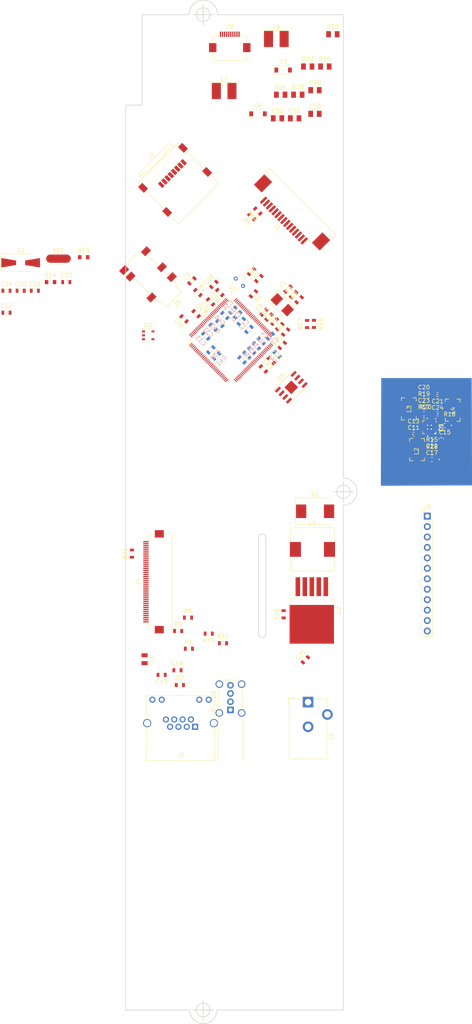
<source format=kicad_pcb>
(kicad_pcb (version 20171130) (host pcbnew "(2017-12-31 revision 11d1188fd)-master")
  (layers (0 F.Cu signal) (31 B.Cu signal) (34 B.Paste user) (35 F.Paste user) (36 B.SilkS user) (37 F.SilkS user) (38 B.Mask user) (39 F.Mask user) (44 Edge.Cuts user))
  (net 0 "")
  (net 1 /MCSI_SDA)
  (net 2 /MCSI_SCL)
  (net 3 +3V3)
  (net 4 +1V2)
  (net 5 +1V8)
  (net 6 "Net-(C2-Pad1)")
  (net 7 "Net-(C1-Pad1)")
  (net 8 "Net-(C3-Pad1)")
  (net 9 "Net-(C4-Pad1)")
  (net 10 /RESET)
  (net 11 "Net-(C5-Pad1)")
  (net 12 GND)
  (net 13 /MCSI_D0P)
  (net 14 /MCSI_D0N)
  (net 15 /MCSI_D1P)
  (net 16 /MCSI_D1N)
  (net 17 /MCSI_CKP)
  (net 18 /MCSI_CKN)
  (net 19 /ETH_LINK_LED)
  (net 20 /ETH_SPD_LED)
  (net 21 /ETH_RXN)
  (net 22 /ETH_RXP)
  (net 23 /ETH_TXN)
  (net 24 /ETH_TXP)
  (net 25 "Net-(C18-Pad1)")
  (net 26 "Net-(C19-Pad1)")
  (net 27 /MCSI_MCLK)
  (net 28 "Net-(C7-Pad1)")
  (net 29 GNDA)
  (net 30 /MCSI_IO0)
  (net 31 /MCSI_IO1)
  (net 32 "Net-(J4-Pad29)")
  (net 33 /R5)
  (net 34 /R4)
  (net 35 /R3)
  (net 36 /R2)
  (net 37 /R1)
  (net 38 /G5)
  (net 39 /G4)
  (net 40 /G3)
  (net 41 /G2)
  (net 42 /G1)
  (net 43 /G0)
  (net 44 /B5)
  (net 45 /B4)
  (net 46 /B3)
  (net 47 /B2)
  (net 48 /B1)
  (net 49 /B0)
  (net 50 /VSYNC)
  (net 51 /HSYNC)
  (net 52 /ENAB)
  (net 53 /DCLK)
  (net 54 /USB_DN)
  (net 55 /USB_DP)
  (net 56 "Net-(L4-Pad1)")
  (net 57 "Net-(L3-Pad1)")
  (net 58 "Net-(L2-Pad1)")
  (net 59 "Net-(J4-Pad35)")
  (net 60 +12V)
  (net 61 "Net-(J5-Pad3)")
  (net 62 "Net-(J5-Pad1)")
  (net 63 "Net-(J5-Pad2)")
  (net 64 "Net-(C44-Pad2)")
  (net 65 "Net-(J2-PadGA)")
  (net 66 "Net-(J2-PadYA)")
  (net 67 +3V0)
  (net 68 "Net-(C46-Pad1)")
  (net 69 "Net-(D1-Pad1)")
  (net 70 /R0)
  (net 71 "Net-(R1-Pad1)")
  (net 72 "Net-(R5-Pad2)")
  (net 73 "Net-(U4-Pad113)")
  (net 74 "Net-(U4-Pad114)")
  (net 75 "Net-(U4-Pad117)")
  (net 76 "Net-(U4-Pad118)")
  (net 77 "Net-(U4-Pad119)")
  (net 78 "Net-(U4-Pad124)")
  (net 79 "Net-(U4-Pad125)")
  (net 80 /UART2_TX)
  (net 81 /UART2_RX)
  (net 82 /UART2_RTS)
  (net 83 /UART2_CTS)
  (net 84 /I2C0_SCL)
  (net 85 /I2C0_SDA)
  (net 86 /UART0_TX)
  (net 87 /UART0_RX)
  (net 88 /SDC0_D1)
  (net 89 /SDC0_D0)
  (net 90 /SDC0_CLK)
  (net 91 /SDC0_CMD)
  (net 92 /SDC0_D3)
  (net 93 /SDC0_D2)
  (net 94 /SDC1_D2)
  (net 95 /SDC1_D1)
  (net 96 /SDC1_D0)
  (net 97 /SDC1_CMD)
  (net 98 /SDC1_CLK)
  (net 99 /SDC1_D3)
  (net 100 /SPI_CS)
  (net 101 /SPI_MISO)
  (net 102 /SPI_MOSI)
  (net 103 /SPI_SCK)
  (net 104 "Net-(D2-Pad2)")
  (net 105 "Net-(J9-Pad4)")
  (net 106 WLED_K)
  (net 107 "Net-(J9-Pad6)")
  (net 108 "Net-(J9-Pad5)")
  (net 109 RLED_K)
  (net 110 "Net-(D3-Pad2)")
  (net 111 WLED_CTRL)
  (net 112 +5V)
  (net 113 WLED_A)
  (net 114 RLED_A)
  (net 115 RLED_CTRL)
  (net 116 "Net-(D4-Pad2)")
  (net 117 "Net-(J9-Pad8)")
  (net 118 "Net-(J9-Pad9)")
  (net 119 "Net-(J9-Pad10)")
  (net 120 "Net-(C24-Pad2)")
  (net 121 "Net-(C23-Pad2)")
  (net 122 "Net-(C22-Pad2)")
  (net 123 "Net-(R13-Pad2)")
  (net 124 /GPIO0)
  (net 125 "Net-(C54-Pad2)")
  (net 126 "Net-(C54-Pad1)")
  (net 127 "Net-(AE1-Pad1)")
  (module Capacitor_SMD:C_0603_1608Metric (layer F.Cu) (at 9.757381 107.1075)
    (fp_text reference C57 (at 0 -1.65) (layer F.SilkS))
    (fp_text value 2n7)
    (pad 1 smd rect (at -0.875 0) (size 0.67 1) (layers F.Cu F.Paste F.Mask) (net 12 GND))
    (pad 2 smd rect (at 0.875 0) (size 0.67 1) (layers F.Cu F.Paste F.Mask) (net 126 "Net-(C54-Pad1)"))
  )
  (module Capacitor_SMD:C_0603_1608Metric (layer F.Cu) (at 16.657381 101.7575)
    (fp_text reference C56 (at 0 -1.65) (layer F.SilkS))
    (fp_text value 10p)
    (pad 2 smd rect (at 0.875 0) (size 0.67 1) (layers F.Cu F.Paste F.Mask) (net 12 GND))
    (pad 1 smd rect (at -0.875 0) (size 0.67 1) (layers F.Cu F.Paste F.Mask) (net 125 "Net-(C54-Pad2)"))
  )
  (module Capacitor_SMD:C_0603_1608Metric (layer F.Cu) (at 13.207381 101.7575)
    (fp_text reference C55 (at 0 -1.65) (layer F.SilkS))
    (fp_text value 1p2)
    (pad 1 smd rect (at -0.875 0) (size 0.67 1) (layers F.Cu F.Paste F.Mask) (net 126 "Net-(C54-Pad1)"))
    (pad 2 smd rect (at 0.875 0) (size 0.67 1) (layers F.Cu F.Paste F.Mask) (net 127 "Net-(AE1-Pad1)"))
  )
  (module Capacitor_SMD:C_0603_1608Metric (layer F.Cu) (at 9.757381 101.7575)
    (fp_text reference C54 (at 0 -1.65) (layer F.SilkS))
    (fp_text value 1p)
    (pad 2 smd rect (at 0.875 0) (size 0.67 1) (layers F.Cu F.Paste F.Mask) (net 125 "Net-(C54-Pad2)"))
    (pad 1 smd rect (at -0.875 0) (size 0.67 1) (layers F.Cu F.Paste F.Mask) (net 126 "Net-(C54-Pad1)"))
  )
  (module Capacitor_SMD:C_0603_1608Metric (layer F.Cu) (at 24.317381 99.6575)
    (fp_text reference C53 (at 0 -1.65) (layer F.SilkS))
    (fp_text value 1u)
    (pad 1 smd rect (at -0.875 0) (size 0.67 1) (layers F.Cu F.Paste F.Mask) (net 3 +3V3))
    (pad 2 smd rect (at 0.875 0) (size 0.67 1) (layers F.Cu F.Paste F.Mask) (net 12 GND))
  )
  (module Connector_PinHeader_2.54mm:PinHeader_1x12_P2.54mm_Vertical (layer F.Cu) (at 112.2 156.58)
    (fp_text reference J8 (at 0 -2.33) (layer F.SilkS))
    (fp_text value Conn_01x12_Male)
    (pad 1 thru_hole rect (at 0 0) (size 1.7 1.7) (drill 1) (layers *.Cu *.Mask) (net 12 GND))
    (pad 2 thru_hole oval (at 0 2.54) (size 1.7 1.7) (drill 1) (layers *.Cu *.Mask) (net 12 GND))
    (pad 3 thru_hole oval (at 0 5.08) (size 1.7 1.7) (drill 1) (layers *.Cu *.Mask) (net 87 /UART0_RX))
    (pad 4 thru_hole oval (at 0 7.62) (size 1.7 1.7) (drill 1) (layers *.Cu *.Mask) (net 86 /UART0_TX))
    (pad 5 thru_hole oval (at 0 10.16) (size 1.7 1.7) (drill 1) (layers *.Cu *.Mask) (net 85 /I2C0_SDA))
    (pad 6 thru_hole oval (at 0 12.7) (size 1.7 1.7) (drill 1) (layers *.Cu *.Mask) (net 84 /I2C0_SCL))
    (pad 7 thru_hole oval (at 0 15.24) (size 1.7 1.7) (drill 1) (layers *.Cu *.Mask) (net 83 /UART2_CTS))
    (pad 8 thru_hole oval (at 0 17.78) (size 1.7 1.7) (drill 1) (layers *.Cu *.Mask) (net 82 /UART2_RTS))
    (pad 9 thru_hole oval (at 0 20.32) (size 1.7 1.7) (drill 1) (layers *.Cu *.Mask) (net 81 /UART2_RX))
    (pad 10 thru_hole oval (at 0 22.86) (size 1.7 1.7) (drill 1) (layers *.Cu *.Mask) (net 80 /UART2_TX))
    (pad 11 thru_hole oval (at 0 25.4) (size 1.7 1.7) (drill 1) (layers *.Cu *.Mask) (net 124 /GPIO0))
    (pad 12 thru_hole oval (at 0 27.94) (size 1.7 1.7) (drill 1) (layers *.Cu *.Mask) (net 3 +3V3))
  )
  (module Diode_SMD:D_SMA-SMB_Universal_Handsoldering (layer F.Cu) (at 13.205001 94.9575)
    (fp_text reference D2 (at 0 -3) (layer F.SilkS))
    (fp_text value SS34)
    (pad 1 smd trapezoid (at -2.9 0) (size 3.6 1.7) (rect_delta 0.6 0) (layers F.Cu F.Paste F.Mask) (net 60 +12V))
    (pad 2 smd trapezoid (at 2.9 0 180) (size 3.6 1.7) (rect_delta 0.6 0) (layers F.Cu F.Paste F.Mask) (net 104 "Net-(D2-Pad2)"))
  )
  (module NetTie:NetTie-2_SMD_Pad2.0mm (layer F.Cu) (at 22.416905 93.9575)
    (fp_text reference NT1 (at 0 -2) (layer F.SilkS))
    (fp_text value Net-Tie_2)
    (fp_poly (pts (xy -2 -1) (xy 2 -1) (xy 2 1) (xy -2 1)) (layer F.Cu) (width 0))
    (pad 1 smd circle (at -2 0) (size 2 2) (layers F.Cu) (net 29 GNDA))
    (pad 2 smd circle (at 2 0) (size 2 2) (layers F.Cu) (net 12 GND))
  )
  (module Resistor_SMD:R_0603_1608Metric_Pad0.84x1.00mm_HandSolder (layer F.Cu) (at 20.488333 99.6575)
    (fp_text reference R14 (at 0 -1.65) (layer F.SilkS))
    (fp_text value 100k)
    (pad 2 smd rect (at 0.9625 0) (size 0.845 1) (layers F.Cu F.Paste F.Mask) (net 123 "Net-(R13-Pad2)"))
    (pad 1 smd rect (at -0.9625 0) (size 0.845 1) (layers F.Cu F.Paste F.Mask) (net 3 +3V3))
  )
  (module Resistor_SMD:R_0603_1608Metric_Pad0.84x1.00mm_HandSolder (layer F.Cu) (at 28.558333 93.6075)
    (fp_text reference R13 (at 0 -1.65) (layer F.SilkS))
    (fp_text value 100k)
    (pad 1 smd rect (at -0.9625 0) (size 0.845 1) (layers F.Cu F.Paste F.Mask) (net 3 +3V3))
    (pad 2 smd rect (at 0.9625 0) (size 0.845 1) (layers F.Cu F.Paste F.Mask) (net 123 "Net-(R13-Pad2)"))
  )
  (module Capacitor_SMD:C_0603_1608Metric (layer F.Cu) (at 111.374999 126.9)
    (fp_text reference C20 (at 0 -1.65) (layer F.SilkS))
    (fp_text value 10u)
    (pad 1 smd rect (at -0.874999 0) (size 0.67 1) (layers F.Cu F.Paste F.Mask) (net 5 +1V8))
    (pad 2 smd rect (at 0.874999 0) (size 0.67 1) (layers F.Cu F.Paste F.Mask) (net 12 GND))
  )
  (module Capacitor_SMD:C_0603_1608Metric (layer F.Cu) (at 115.6 137.725 90)
    (fp_text reference C9 (at 2.62 0.025 90) (layer F.SilkS))
    (fp_text value 1u)
    (pad 2 smd rect (at 0.875 0 90) (size 0.67 1) (layers F.Cu F.Paste F.Mask) (net 12 GND))
    (pad 1 smd rect (at -0.875 0 90) (size 0.67 1) (layers F.Cu F.Paste F.Mask) (net 112 +5V))
  )
  (module Resistor_SMD:R_0603_1608Metric (layer F.Cu) (at 111.374999 131.7)
    (fp_text reference R17 (at 0 -1.65) (layer F.SilkS))
    (fp_text value 100k)
    (pad 2 smd rect (at 0.874999 0) (size 0.67 1) (layers F.Cu F.Paste F.Mask) (net 121 "Net-(C23-Pad2)"))
    (pad 1 smd rect (at -0.874999 0) (size 0.67 1) (layers F.Cu F.Paste F.Mask) (net 12 GND))
  )
  (module Capacitor_SMD:C_0603_1608Metric (layer F.Cu) (at 113.325001 141.2)
    (fp_text reference C22 (at 0 -1.65) (layer F.SilkS))
    (fp_text value 220p)
    (pad 1 smd rect (at -0.874999 0) (size 0.67 1) (layers F.Cu F.Paste F.Mask) (net 3 +3V3))
    (pad 2 smd rect (at 0.874999 0) (size 0.67 1) (layers F.Cu F.Paste F.Mask) (net 122 "Net-(C22-Pad2)"))
  )
  (module Capacitor_SMD:C_0603_1608Metric (layer F.Cu) (at 113.325001 142.8)
    (fp_text reference C17 (at 0 -1.65) (layer F.SilkS))
    (fp_text value 10u)
    (pad 1 smd rect (at -0.874999 0) (size 0.67 1) (layers F.Cu F.Paste F.Mask) (net 3 +3V3))
    (pad 2 smd rect (at 0.874999 0) (size 0.67 1) (layers F.Cu F.Paste F.Mask) (net 12 GND))
  )
  (module Inductor_CD32:L_CD32_3.5x3.0_H2.1 (layer F.Cu) (at 118.4 130.8 90)
    (fp_text reference L4 (at -0.09 0.03 90) (layer F.SilkS))
    (fp_text value 1u)
    (pad 2 smd rect (at 1.9 0 90) (size 1.4 3.5) (layers F.Cu F.Paste F.Mask) (net 4 +1V2))
    (pad 1 smd rect (at -1.9 0 90) (size 1.4 3.5) (layers F.Cu F.Paste F.Mask) (net 56 "Net-(L4-Pad1)"))
  )
  (module Capacitor_SMD:C_0603_1608Metric (layer F.Cu) (at 108.88 136.7)
    (fp_text reference C11 (at 0 -1.65) (layer F.SilkS))
    (fp_text value 10u)
    (pad 1 smd rect (at -0.874999 0) (size 0.67 1) (layers F.Cu F.Paste F.Mask) (net 12 GND))
    (pad 2 smd rect (at 0.874999 0) (size 0.67 1) (layers F.Cu F.Paste F.Mask) (net 112 +5V))
  )
  (module Capacitor_SMD:C_0603_1608Metric (layer F.Cu) (at 114.719 128.556 180)
    (fp_text reference C24 (at 0 -1.65 180) (layer F.SilkS))
    (fp_text value 220p)
    (pad 1 smd rect (at -0.875 0 180) (size 0.67 1) (layers F.Cu F.Paste F.Mask) (net 4 +1V2))
    (pad 2 smd rect (at 0.875 0 180) (size 0.67 1) (layers F.Cu F.Paste F.Mask) (net 120 "Net-(C24-Pad2)"))
  )
  (module Capacitor_SMD:C_0603_1608Metric (layer F.Cu) (at 116.465 134.54 180)
    (fp_text reference C15 (at 0 -1.65 180) (layer F.SilkS))
    (fp_text value 10u)
    (pad 2 smd rect (at 0.875 0 180) (size 0.67 1) (layers F.Cu F.Paste F.Mask) (net 112 +5V))
    (pad 1 smd rect (at -0.875 0 180) (size 0.67 1) (layers F.Cu F.Paste F.Mask) (net 12 GND))
  )
  (module Capacitor_SMD:C_0603_1608Metric (layer F.Cu) (at 114.725001 127 180)
    (fp_text reference C21 (at 0 -1.65 180) (layer F.SilkS))
    (fp_text value 10u)
    (pad 2 smd rect (at 0.874999 0 180) (size 0.67 1) (layers F.Cu F.Paste F.Mask) (net 12 GND))
    (pad 1 smd rect (at -0.874999 0 180) (size 0.67 1) (layers F.Cu F.Paste F.Mask) (net 4 +1V2))
  )
  (module Resistor_SMD:R_0603_1608Metric (layer F.Cu) (at 114.674999 131.7 180)
    (fp_text reference R18 (at -2.959999 -0.085 180) (layer F.SilkS))
    (fp_text value 110k)
    (pad 2 smd rect (at 0.874999 0 180) (size 0.67 1) (layers F.Cu F.Paste F.Mask) (net 120 "Net-(C24-Pad2)"))
    (pad 1 smd rect (at -0.874999 0 180) (size 0.67 1) (layers F.Cu F.Paste F.Mask) (net 12 GND))
  )
  (module Resistor_SMD:R_0603_1608Metric (layer F.Cu) (at 113.325001 139.6)
    (fp_text reference R15 (at 0 -1.65) (layer F.SilkS))
    (fp_text value 100k)
    (pad 2 smd rect (at 0.874999 0) (size 0.67 1) (layers F.Cu F.Paste F.Mask) (net 122 "Net-(C22-Pad2)"))
    (pad 1 smd rect (at -0.874999 0) (size 0.67 1) (layers F.Cu F.Paste F.Mask) (net 3 +3V3))
  )
  (module Resistor_SMD:R_0603_1608Metric (layer F.Cu) (at 111.4 128.5)
    (fp_text reference R19 (at 0 -1.65) (layer F.SilkS))
    (fp_text value 150k)
    (pad 1 smd rect (at -0.875 0) (size 0.67 1) (layers F.Cu F.Paste F.Mask) (net 5 +1V8))
    (pad 2 smd rect (at 0.875 0) (size 0.67 1) (layers F.Cu F.Paste F.Mask) (net 121 "Net-(C23-Pad2)"))
  )
  (module Capacitor_SMD:C_0603_1608Metric (layer F.Cu) (at 108.875001 135.14)
    (fp_text reference C13 (at 0 -1.65) (layer F.SilkS))
    (fp_text value 10u)
    (pad 2 smd rect (at 0.874999 0) (size 0.67 1) (layers F.Cu F.Paste F.Mask) (net 112 +5V))
    (pad 1 smd rect (at -0.874999 0) (size 0.67 1) (layers F.Cu F.Paste F.Mask) (net 12 GND))
  )
  (module Resistor_SMD:R_0603_1608Metric (layer F.Cu) (at 113.325001 138 180)
    (fp_text reference R16 (at 0 -1.65 180) (layer F.SilkS))
    (fp_text value 100k)
    (pad 1 smd rect (at -0.874999 0 180) (size 0.67 1) (layers F.Cu F.Paste F.Mask) (net 12 GND))
    (pad 2 smd rect (at 0.874999 0 180) (size 0.67 1) (layers F.Cu F.Paste F.Mask) (net 122 "Net-(C22-Pad2)"))
  )
  (module Inductor_CD32:L_CD32_3.5x3.0_H2.1 (layer F.Cu) (at 107.7 130.5 90)
    (fp_text reference L3 (at -0.025 0.07 90) (layer F.SilkS))
    (fp_text value 1u)
    (pad 1 smd rect (at -1.9 0 90) (size 1.4 3.5) (layers F.Cu F.Paste F.Mask) (net 57 "Net-(L3-Pad1)"))
    (pad 2 smd rect (at 1.9 0 90) (size 1.4 3.5) (layers F.Cu F.Paste F.Mask) (net 5 +1V8))
  )
  (module Capacitor_SMD:C_0603_1608Metric (layer F.Cu) (at 111.374999 130.1)
    (fp_text reference C23 (at 0 -1.65) (layer F.SilkS))
    (fp_text value 220p)
    (pad 1 smd rect (at -0.874999 0) (size 0.67 1) (layers F.Cu F.Paste F.Mask) (net 5 +1V8))
    (pad 2 smd rect (at 0.874999 0) (size 0.67 1) (layers F.Cu F.Paste F.Mask) (net 121 "Net-(C23-Pad2)"))
  )
  (module Package_DFN_QFN:UQFN-20-1EP_3x3mm_P0.4mm (layer F.Cu) (at 112.71 134.95 270)
    (fp_text reference U1 (at 0 -2.875 270) (layer F.SilkS))
    (fp_text value EA3036)
    (pad 1 smd oval (at -1.5 -0.8 270) (size 0.75 0.2) (layers F.Cu F.Paste F.Mask) (net 12 GND))
    (pad 2 smd oval (at -1.5 -0.4 270) (size 0.75 0.2) (layers F.Cu F.Paste F.Mask) (net 120 "Net-(C24-Pad2)"))
    (pad 3 smd oval (at -1.5 0 270) (size 0.75 0.2) (layers F.Cu F.Paste F.Mask) (net 121 "Net-(C23-Pad2)"))
    (pad 4 smd oval (at -1.5 0.4 270) (size 0.75 0.2) (layers F.Cu F.Paste F.Mask) (net 12 GND))
    (pad 5 smd oval (at -1.5 0.8 270) (size 0.75 0.2) (layers F.Cu F.Paste F.Mask) (net 12 GND))
    (pad 6 smd oval (at -0.8 1.5) (size 0.75 0.2) (layers F.Cu F.Paste F.Mask) (net 57 "Net-(L3-Pad1)"))
    (pad 7 smd oval (at -0.4 1.5) (size 0.75 0.2) (layers F.Cu F.Paste F.Mask) (net 112 +5V))
    (pad 8 smd oval (at 0 1.5) (size 0.75 0.2) (layers F.Cu F.Paste F.Mask) (net 112 +5V))
    (pad 9 smd oval (at 0.4 1.5) (size 0.75 0.2) (layers F.Cu F.Paste F.Mask) (net 112 +5V))
    (pad 10 smd oval (at 0.8 1.5) (size 0.75 0.2) (layers F.Cu F.Paste F.Mask) (net 112 +5V))
    (pad 11 smd oval (at 1.5 0.8 270) (size 0.75 0.2) (layers F.Cu F.Paste F.Mask) (net 58 "Net-(L2-Pad1)"))
    (pad 12 smd oval (at 1.5 0.4 270) (size 0.75 0.2) (layers F.Cu F.Paste F.Mask) (net 12 GND))
    (pad 13 smd oval (at 1.5 0 270) (size 0.75 0.2) (layers F.Cu F.Paste F.Mask) (net 12 GND))
    (pad 14 smd oval (at 1.5 -0.4 270) (size 0.75 0.2) (layers F.Cu F.Paste F.Mask) (net 122 "Net-(C22-Pad2)"))
    (pad 15 smd oval (at 1.5 -0.8 270) (size 0.75 0.2) (layers F.Cu F.Paste F.Mask) (net 12 GND))
    (pad 16 smd oval (at 0.8 -1.5) (size 0.75 0.2) (layers F.Cu F.Paste F.Mask) (net 112 +5V))
    (pad 17 smd oval (at 0.4 -1.5) (size 0.75 0.2) (layers F.Cu F.Paste F.Mask) (net 12 GND))
    (pad 18 smd oval (at 0 -1.5) (size 0.75 0.2) (layers F.Cu F.Paste F.Mask) (net 112 +5V))
    (pad 19 smd oval (at -0.4 -1.5) (size 0.75 0.2) (layers F.Cu F.Paste F.Mask) (net 112 +5V))
    (pad 20 smd oval (at -0.8 -1.5) (size 0.75 0.2) (layers F.Cu F.Paste F.Mask) (net 56 "Net-(L4-Pad1)"))
    (pad 21 smd rect (at 0.4625 0.4625 270) (size 0.925 0.925) (layers F.Cu F.Paste F.Mask) (net 12 GND))
    (pad 21 smd rect (at 0.4625 -0.4625 270) (size 0.925 0.925) (layers F.Cu F.Paste F.Mask) (net 12 GND))
    (pad 21 smd rect (at -0.4625 0.4625 270) (size 0.925 0.925) (layers F.Cu F.Paste F.Mask) (net 12 GND))
    (pad 21 smd rect (at -0.4625 -0.4625 270) (size 0.925 0.925) (layers F.Cu F.Paste F.Mask) (net 12 GND))
  )
  (module Inductor_CD32:L_CD32_3.5x3.0_H2.1 (layer F.Cu) (at 109.7 140.4 270)
    (fp_text reference L2 (at 0.4 0.1 270) (layer F.SilkS))
    (fp_text value 1u)
    (pad 1 smd rect (at -1.9 0 270) (size 1.4 3.5) (layers F.Cu F.Paste F.Mask) (net 58 "Net-(L2-Pad1)"))
    (pad 2 smd rect (at 1.9 0 270) (size 1.4 3.5) (layers F.Cu F.Paste F.Mask) (net 3 +3V3))
  )
  (module Resistor_SMD:R_0603_1608Metric (layer F.Cu) (at 114.718999 130.134 180)
    (fp_text reference R20 (at 2.919999 0.075 180) (layer F.SilkS))
    (fp_text value 510k)
    (pad 1 smd rect (at -0.874999 0 180) (size 0.67 1) (layers F.Cu F.Paste F.Mask) (net 4 +1V2))
    (pad 2 smd rect (at 0.874999 0 180) (size 0.67 1) (layers F.Cu F.Paste F.Mask) (net 120 "Net-(C24-Pad2)"))
  )
  (module Capacitor_SMD:C_0805_2012Metric_Pad1.15x1.50mm_HandSolder (layer F.Cu) (at 84.855001 58.7275)
    (fp_text reference C50 (at 0 -1.85) (layer F.SilkS))
    (fp_text value 4u7)
    (pad 2 smd rect (at 1.0425 0) (size 1.145 1.5) (layers F.Cu F.Paste F.Mask) (net 12 GND))
    (pad 1 smd rect (at -1.0425 0) (size 1.145 1.5) (layers F.Cu F.Paste F.Mask) (net 112 +5V))
  )
  (module Capacitor_SMD:C_0805_2012Metric_Pad1.15x1.50mm_HandSolder (layer F.Cu) (at 79.915001 59.8275)
    (fp_text reference C51 (at 0 -1.85) (layer F.SilkS))
    (fp_text value 1u)
    (pad 1 smd rect (at -1.0425 0) (size 1.145 1.5) (layers F.Cu F.Paste F.Mask) (net 114 RLED_A))
    (pad 2 smd rect (at 1.0425 0) (size 1.145 1.5) (layers F.Cu F.Paste F.Mask) (net 12 GND))
  )
  (module Capacitor_SMD:C_0805_2012Metric_Pad1.15x1.50mm_HandSolder (layer F.Cu) (at 75.745001 59.8275)
    (fp_text reference C52 (at 0 -1.85) (layer F.SilkS))
    (fp_text value 4u7)
    (pad 2 smd rect (at 1.0425 0) (size 1.145 1.5) (layers F.Cu F.Paste F.Mask) (net 12 GND))
    (pad 1 smd rect (at -1.0425 0) (size 1.145 1.5) (layers F.Cu F.Paste F.Mask) (net 112 +5V))
  )
  (module Capacitor_SMD:C_0805_2012Metric_Pad1.15x1.50mm_HandSolder (layer F.Cu) (at 84.855001 52.9775)
    (fp_text reference C49 (at 0 -1.85) (layer F.SilkS))
    (fp_text value 4u7)
    (pad 1 smd rect (at -1.0425 0) (size 1.145 1.5) (layers F.Cu F.Paste F.Mask) (net 113 WLED_A))
    (pad 2 smd rect (at 1.0425 0) (size 1.145 1.5) (layers F.Cu F.Paste F.Mask) (net 12 GND))
  )
  (module Connector_FFC-FPC:Hirose_FH12-10S-0.5SH_1x10_P0.50mm_Horizontal (layer F.Cu) (at 64.115001 41.2275)
    (fp_text reference J9 (at 0 -3.7) (layer F.SilkS))
    (fp_text value Conn_01x10)
    (pad "" smd rect (at 4.15 1.4) (size 1.8 2.2) (layers F.Cu F.Paste F.Mask))
    (pad "" smd rect (at -4.15 1.4) (size 1.8 2.2) (layers F.Cu F.Paste F.Mask))
    (pad 1 smd rect (at -2.25 -1.85) (size 0.3 1.3) (layers F.Cu F.Paste F.Mask) (net 113 WLED_A))
    (pad 2 smd rect (at -1.75 -1.85) (size 0.3 1.3) (layers F.Cu F.Paste F.Mask) (net 113 WLED_A))
    (pad 3 smd rect (at -1.25 -1.85) (size 0.3 1.3) (layers F.Cu F.Paste F.Mask) (net 114 RLED_A))
    (pad 4 smd rect (at -0.75 -1.85) (size 0.3 1.3) (layers F.Cu F.Paste F.Mask) (net 105 "Net-(J9-Pad4)"))
    (pad 5 smd rect (at -0.25 -1.85) (size 0.3 1.3) (layers F.Cu F.Paste F.Mask) (net 108 "Net-(J9-Pad5)"))
    (pad 6 smd rect (at 0.25 -1.85) (size 0.3 1.3) (layers F.Cu F.Paste F.Mask) (net 107 "Net-(J9-Pad6)"))
    (pad 7 smd rect (at 0.75 -1.85) (size 0.3 1.3) (layers F.Cu F.Paste F.Mask) (net 109 RLED_K))
    (pad 8 smd rect (at 1.25 -1.85) (size 0.3 1.3) (layers F.Cu F.Paste F.Mask) (net 117 "Net-(J9-Pad8)"))
    (pad 9 smd rect (at 1.75 -1.85) (size 0.3 1.3) (layers F.Cu F.Paste F.Mask) (net 118 "Net-(J9-Pad9)"))
    (pad 10 smd rect (at 2.25 -1.85) (size 0.3 1.3) (layers F.Cu F.Paste F.Mask) (net 119 "Net-(J9-Pad10)"))
  )
  (module Diode_SMD:D_SOD-123 (layer F.Cu) (at 70.989762 58.7275)
    (fp_text reference D4 (at 0 -2) (layer F.SilkS))
    (fp_text value SB120)
    (pad 2 smd rect (at 1.65 0) (size 0.9 1.2) (layers F.Cu F.Paste F.Mask) (net 116 "Net-(D4-Pad2)"))
    (pad 1 smd rect (at -1.65 0) (size 0.9 1.2) (layers F.Cu F.Paste F.Mask) (net 114 RLED_A))
  )
  (module Diode_SMD:D_SOD-123 (layer F.Cu) (at 77.109762 48.0775)
    (fp_text reference D3 (at 0 -2) (layer F.SilkS))
    (fp_text value SB120)
    (pad 1 smd rect (at -1.65 0) (size 0.9 1.2) (layers F.Cu F.Paste F.Mask) (net 113 WLED_A))
    (pad 2 smd rect (at 1.65 0) (size 0.9 1.2) (layers F.Cu F.Paste F.Mask) (net 110 "Net-(D3-Pad2)"))
  )
  (module Inductor_SMD:L_Taiyo-Yuden_NR-40xx_HandSoldering (layer F.Cu) (at 62.750714 53.1775)
    (fp_text reference L7 (at 0 -3) (layer F.SilkS))
    (fp_text value L_Core_Ferrite)
    (pad 2 smd rect (at 1.9 0) (size 2.2 3.9) (layers F.Cu F.Paste F.Mask) (net 116 "Net-(D4-Pad2)"))
    (pad 1 smd rect (at -1.9 0) (size 2.2 3.9) (layers F.Cu F.Paste F.Mask) (net 112 +5V))
  )
  (module Inductor_SMD:L_Taiyo-Yuden_NR-40xx_HandSoldering (layer F.Cu) (at 75.450714 40.5275)
    (fp_text reference L6 (at 0 -3) (layer F.SilkS))
    (fp_text value L_Core_Ferrite)
    (pad 1 smd rect (at -1.9 0) (size 2.2 3.9) (layers F.Cu F.Paste F.Mask) (net 112 +5V))
    (pad 2 smd rect (at 1.9 0) (size 2.2 3.9) (layers F.Cu F.Paste F.Mask) (net 110 "Net-(D3-Pad2)"))
  )
  (module Resistor_SMD:R_0805_2012Metric_Pad1.15x1.50mm_HandSolder (layer F.Cu) (at 80.685001 54.0775)
    (fp_text reference R28 (at 0 -1.85) (layer F.SilkS))
    (fp_text value 6.18)
    (pad 1 smd rect (at -1.0425 0) (size 1.145 1.5) (layers F.Cu F.Paste F.Mask) (net 109 RLED_K))
    (pad 2 smd rect (at 1.0425 0) (size 1.145 1.5) (layers F.Cu F.Paste F.Mask) (net 12 GND))
  )
  (module Resistor_SMD:R_0805_2012Metric_Pad1.15x1.50mm_HandSolder (layer F.Cu) (at 76.515001 54.0775)
    (fp_text reference R24 (at 0 -1.85) (layer F.SilkS))
    (fp_text value 1)
    (pad 2 smd rect (at 1.0425 0) (size 1.145 1.5) (layers F.Cu F.Paste F.Mask) (net 106 WLED_K))
    (pad 1 smd rect (at -1.0425 0) (size 1.145 1.5) (layers F.Cu F.Paste F.Mask) (net 108 "Net-(J9-Pad5)"))
  )
  (module Resistor_SMD:R_0805_2012Metric_Pad1.15x1.50mm_HandSolder (layer F.Cu) (at 87.265001 47.2275)
    (fp_text reference R25 (at 0 -1.85) (layer F.SilkS))
    (fp_text value 1)
    (pad 1 smd rect (at -1.0425 0) (size 1.145 1.5) (layers F.Cu F.Paste F.Mask) (net 107 "Net-(J9-Pad6)"))
    (pad 2 smd rect (at 1.0425 0) (size 1.145 1.5) (layers F.Cu F.Paste F.Mask) (net 106 WLED_K))
  )
  (module Resistor_SMD:R_0805_2012Metric_Pad1.15x1.50mm_HandSolder (layer F.Cu) (at 83.095001 47.2275)
    (fp_text reference R22 (at 0 -1.85) (layer F.SilkS))
    (fp_text value 0.68)
    (pad 2 smd rect (at 1.0425 0) (size 1.145 1.5) (layers F.Cu F.Paste F.Mask) (net 12 GND))
    (pad 1 smd rect (at -1.0425 0) (size 1.145 1.5) (layers F.Cu F.Paste F.Mask) (net 106 WLED_K))
  )
  (module Resistor_SMD:R_0805_2012Metric_Pad1.15x1.50mm_HandSolder (layer F.Cu) (at 89.215001 39.3775)
    (fp_text reference R23 (at 0 -1.85) (layer F.SilkS))
    (fp_text value 1)
    (pad 1 smd rect (at -1.0425 0) (size 1.145 1.5) (layers F.Cu F.Paste F.Mask) (net 105 "Net-(J9-Pad4)"))
    (pad 2 smd rect (at 1.0425 0) (size 1.145 1.5) (layers F.Cu F.Paste F.Mask) (net 106 WLED_K))
  )
  (module Inductor_SMD:L_0805_2012Metric (layer F.Cu) (at 43.37 191.385 270)
    (fp_text reference L1 (at 0 -1.85 270) (layer F.SilkS))
    (fp_text value 10u)
    (pad 1 smd rect (at -0.955 0 270) (size 0.97 1.5) (layers F.Cu F.Paste F.Mask) (net 3 +3V3))
    (pad 2 smd rect (at 0.955 0 270) (size 0.97 1.5) (layers F.Cu F.Paste F.Mask) (net 25 "Net-(C18-Pad1)"))
  )
  (module Connector_Card:microSD_HC_Wuerth_693072010801 (layer F.Cu) (at 50.8 74.8 45)
    (fp_text reference J7 (at 0 -7.99 45) (layer F.SilkS))
    (fp_text value Micro_SD_Card)
    (pad 9 smd rect (at 6.875 -4.15 45) (size 1.45 2) (layers F.Cu F.Paste F.Mask) (net 12 GND))
    (pad 9 smd rect (at -6.875 -4.15 45) (size 1.45 2) (layers F.Cu F.Paste F.Mask) (net 12 GND))
    (pad 9 smd rect (at -6.875 4.15 45) (size 1.45 2) (layers F.Cu F.Paste F.Mask) (net 12 GND))
    (pad 9 smd rect (at 6.875 4.15 45) (size 1.45 2) (layers F.Cu F.Paste F.Mask) (net 12 GND))
    (pad 8 smd rect (at 4.5 -1.55 45) (size 0.8 1.5) (layers F.Cu F.Paste F.Mask) (net 88 /SDC0_D1))
    (pad 7 smd rect (at 3.400001 -1.55 45) (size 0.8 1.5) (layers F.Cu F.Paste F.Mask) (net 89 /SDC0_D0))
    (pad 6 smd rect (at 2.3 -1.55 45) (size 0.8 1.5) (layers F.Cu F.Paste F.Mask) (net 12 GND))
    (pad 5 smd rect (at 1.200001 -1.55 45) (size 0.8 1.5) (layers F.Cu F.Paste F.Mask) (net 90 /SDC0_CLK))
    (pad 4 smd rect (at 0.1 -1.55 45) (size 0.8 1.5) (layers F.Cu F.Paste F.Mask) (net 3 +3V3))
    (pad 3 smd rect (at -1 -1.55 45) (size 0.8 1.5) (layers F.Cu F.Paste F.Mask) (net 91 /SDC0_CMD))
    (pad 2 smd rect (at -2.1 -1.55 45) (size 0.8 1.5) (layers F.Cu F.Paste F.Mask) (net 92 /SDC0_D3))
    (pad 1 smd rect (at -3.2 -1.55 45) (size 0.8 1.5) (layers F.Cu F.Paste F.Mask) (net 93 /SDC0_D2))
  )
  (module Package_SOIC:SOIC-8-1EP_3.9x4.9mm_P1.27mm (layer F.Cu) (at 79.09 125.25 45)
    (fp_text reference U5 (at 0 -3.5 45) (layer F.SilkS))
    (fp_text value GD5F1GQ4UAYIG)
    (pad 1 smd rect (at -2.7 -1.905 45) (size 1.55 0.6) (layers F.Cu F.Paste F.Mask) (net 100 /SPI_CS))
    (pad 2 smd rect (at -2.7 -0.635 45) (size 1.55 0.6) (layers F.Cu F.Paste F.Mask) (net 101 /SPI_MISO))
    (pad 3 smd rect (at -2.7 0.635 45) (size 1.55 0.6) (layers F.Cu F.Paste F.Mask) (net 3 +3V3))
    (pad 4 smd rect (at -2.7 1.905 45) (size 1.55 0.6) (layers F.Cu F.Paste F.Mask) (net 12 GND))
    (pad 5 smd rect (at 2.7 1.905 45) (size 1.55 0.6) (layers F.Cu F.Paste F.Mask) (net 102 /SPI_MOSI))
    (pad 6 smd rect (at 2.7 0.635 45) (size 1.55 0.6) (layers F.Cu F.Paste F.Mask) (net 103 /SPI_SCK))
    (pad 7 smd rect (at 2.7 -0.635 45) (size 1.55 0.6) (layers F.Cu F.Paste F.Mask) (net 3 +3V3))
    (pad 8 smd rect (at 2.7 -1.905 45) (size 1.55 0.6) (layers F.Cu F.Paste F.Mask) (net 3 +3V3))
    (pad 9 smd rect (at 0.5875 0.5875 45) (size 1.175 1.175) (layers F.Cu F.Paste F.Mask))
    (pad 9 smd rect (at 0.5875 -0.5875 45) (size 1.175 1.175) (layers F.Cu F.Paste F.Mask))
    (pad 9 smd rect (at -0.5875 0.5875 45) (size 1.175 1.175) (layers F.Cu F.Paste F.Mask))
    (pad 9 smd rect (at -0.5875 -0.5875 45) (size 1.175 1.175) (layers F.Cu F.Paste F.Mask))
  )
  (module Capacitor_SMD:C_0603_1608Metric (layer B.Cu) (at 66.0487 107.626 225)
    (fp_text reference C16 (at 0 1.65 225) (layer B.SilkS) (effects (justify mirror)))
    (fp_text value 100n)
    (pad 1 smd rect (at -0.874999 0 225) (size 0.67 1) (layers B.Cu B.Paste B.Mask) (net 4 +1V2))
    (pad 2 smd rect (at 0.874999 0 225) (size 0.67 1) (layers B.Cu B.Paste B.Mask) (net 12 GND))
  )
  (module Capacitor_SMD:C_0603_1608Metric (layer B.Cu) (at 62.9113 107.776 315)
    (fp_text reference C48 (at 0 1.65 315) (layer B.SilkS) (effects (justify mirror)))
    (fp_text value 100n)
    (pad 2 smd rect (at 0.874999 0 315) (size 0.67 1) (layers B.Cu B.Paste B.Mask) (net 12 GND))
    (pad 1 smd rect (at -0.874999 0 315) (size 0.67 1) (layers B.Cu B.Paste B.Mask) (net 3 +3V3))
  )
  (module Capacitor_SMD:C_0603_1608Metric (layer F.Cu) (at 59.4363 104.476 135)
    (fp_text reference C32 (at 0 -1.65 135) (layer F.SilkS))
    (fp_text value 100n)
    (pad 1 smd rect (at -0.874999 0 135) (size 0.67 1) (layers F.Cu F.Paste F.Mask) (net 3 +3V3))
    (pad 2 smd rect (at 0.874999 0 135) (size 0.67 1) (layers F.Cu F.Paste F.Mask) (net 12 GND))
  )
  (module Capacitor_SMD:C_0603_1608Metric (layer B.Cu) (at 60.0613 110.651 315)
    (fp_text reference C31 (at 0 1.65 315) (layer B.SilkS) (effects (justify mirror)))
    (fp_text value 100n)
    (pad 1 smd rect (at -0.874999 0 315) (size 0.67 1) (layers B.Cu B.Paste B.Mask) (net 67 +3V0))
    (pad 2 smd rect (at 0.874999 0 315) (size 0.67 1) (layers B.Cu B.Paste B.Mask) (net 12 GND))
  )
  (module Capacitor_SMD:C_0603_1608Metric (layer F.Cu) (at 60.2487 100.226 45)
    (fp_text reference C28 (at 0 -1.65 45) (layer F.SilkS))
    (fp_text value 1u)
    (pad 1 smd rect (at -0.874999 0 45) (size 0.67 1) (layers F.Cu F.Paste F.Mask) (net 3 +3V3))
    (pad 2 smd rect (at 0.874999 0 45) (size 0.67 1) (layers F.Cu F.Paste F.Mask) (net 12 GND))
  )
  (module Capacitor_SMD:C_0603_1608Metric (layer B.Cu) (at 59.4987 116.151 45)
    (fp_text reference C30 (at 0 1.65 45) (layer B.SilkS) (effects (justify mirror)))
    (fp_text value 100n)
    (pad 2 smd rect (at 0.874999 0 45) (size 0.67 1) (layers B.Cu B.Paste B.Mask) (net 12 GND))
    (pad 1 smd rect (at -0.874999 0 45) (size 0.67 1) (layers B.Cu B.Paste B.Mask) (net 3 +3V3))
  )
  (module Capacitor_SMD:C_0603_1608Metric (layer F.Cu) (at 72.2987 120.789 315)
    (fp_text reference C29 (at 0 -1.65 315) (layer F.SilkS))
    (fp_text value 10u)
    (pad 1 smd rect (at -0.874999 0 315) (size 0.67 1) (layers F.Cu F.Paste F.Mask) (net 3 +3V3))
    (pad 2 smd rect (at 0.874999 0 315) (size 0.67 1) (layers F.Cu F.Paste F.Mask) (net 12 GND))
  )
  (module Capacitor_SMD:C_0603_1608Metric (layer F.Cu) (at 47.525 195.2 180)
    (fp_text reference C19 (at 0 -1.65 180) (layer F.SilkS))
    (fp_text value 100n)
    (pad 1 smd rect (at -0.875 0 180) (size 0.67 1) (layers F.Cu F.Paste F.Mask) (net 26 "Net-(C19-Pad1)"))
    (pad 2 smd rect (at 0.875 0 180) (size 0.67 1) (layers F.Cu F.Paste F.Mask) (net 12 GND))
  )
  (module Package_QFP:LQFP-128_14x14mm_P0.4mm (layer F.Cu) (at 64.4576 113.773 45)
    (fp_text reference U4 (at 0 -9.2 45) (layer F.SilkS))
    (fp_text value V3S_QFP-128)
    (pad 1 smd rect (at -7.7 -6.2 45) (size 1 0.2) (layers F.Cu F.Paste F.Mask) (net 94 /SDC1_D2))
    (pad 2 smd rect (at -7.7 -5.8 45) (size 1 0.2) (layers F.Cu F.Paste F.Mask) (net 95 /SDC1_D1))
    (pad 3 smd rect (at -7.7 -5.4 45) (size 1 0.2) (layers F.Cu F.Paste F.Mask) (net 96 /SDC1_D0))
    (pad 4 smd rect (at -7.7 -5 45) (size 1 0.2) (layers F.Cu F.Paste F.Mask) (net 97 /SDC1_CMD))
    (pad 5 smd rect (at -7.7 -4.6 45) (size 1 0.2) (layers F.Cu F.Paste F.Mask) (net 98 /SDC1_CLK))
    (pad 6 smd rect (at -7.7 -4.2 45) (size 1 0.2) (layers F.Cu F.Paste F.Mask) (net 33 /R5))
    (pad 7 smd rect (at -7.7 -3.8 45) (size 1 0.2) (layers F.Cu F.Paste F.Mask) (net 34 /R4))
    (pad 8 smd rect (at -7.7 -3.4 45) (size 1 0.2) (layers F.Cu F.Paste F.Mask) (net 1 /MCSI_SDA))
    (pad 9 smd rect (at -7.7 -3 45) (size 1 0.2) (layers F.Cu F.Paste F.Mask) (net 2 /MCSI_SCL))
    (pad 10 smd rect (at -7.7 -2.6 45) (size 1 0.2) (layers F.Cu F.Paste F.Mask) (net 27 /MCSI_MCLK))
    (pad 11 smd rect (at -7.7 -2.2 45) (size 1 0.2) (layers F.Cu F.Paste F.Mask) (net 35 /R3))
    (pad 12 smd rect (at -7.7 -1.8 45) (size 1 0.2) (layers F.Cu F.Paste F.Mask) (net 3 +3V3))
    (pad 13 smd rect (at -7.7 -1.4 45) (size 1 0.2) (layers F.Cu F.Paste F.Mask) (net 36 /R2))
    (pad 14 smd rect (at -7.7 -1 45) (size 1 0.2) (layers F.Cu F.Paste F.Mask) (net 37 /R1))
    (pad 15 smd rect (at -7.7 -0.6 45) (size 1 0.2) (layers F.Cu F.Paste F.Mask) (net 70 /R0))
    (pad 16 smd rect (at -7.7 -0.2 45) (size 1 0.2) (layers F.Cu F.Paste F.Mask) (net 38 /G5))
    (pad 17 smd rect (at -7.7 0.2 45) (size 1 0.2) (layers F.Cu F.Paste F.Mask) (net 39 /G4))
    (pad 18 smd rect (at -7.7 0.6 45) (size 1 0.2) (layers F.Cu F.Paste F.Mask) (net 40 /G3))
    (pad 19 smd rect (at -7.7 1 45) (size 1 0.2) (layers F.Cu F.Paste F.Mask) (net 4 +1V2))
    (pad 20 smd rect (at -7.7 1.4 45) (size 1 0.2) (layers F.Cu F.Paste F.Mask) (net 4 +1V2))
    (pad 21 smd rect (at -7.7 1.8 45) (size 1 0.2) (layers F.Cu F.Paste F.Mask) (net 4 +1V2))
    (pad 22 smd rect (at -7.7 2.2 45) (size 1 0.2) (layers F.Cu F.Paste F.Mask) (net 41 /G2))
    (pad 23 smd rect (at -7.7 2.6 45) (size 1 0.2) (layers F.Cu F.Paste F.Mask) (net 42 /G1))
    (pad 24 smd rect (at -7.7 3 45) (size 1 0.2) (layers F.Cu F.Paste F.Mask) (net 43 /G0))
    (pad 25 smd rect (at -7.7 3.4 45) (size 1 0.2) (layers F.Cu F.Paste F.Mask) (net 4 +1V2))
    (pad 26 smd rect (at -7.7 3.8 45) (size 1 0.2) (layers F.Cu F.Paste F.Mask) (net 4 +1V2))
    (pad 27 smd rect (at -7.7 4.2 45) (size 1 0.2) (layers F.Cu F.Paste F.Mask) (net 44 /B5))
    (pad 28 smd rect (at -7.7 4.6 45) (size 1 0.2) (layers F.Cu F.Paste F.Mask) (net 45 /B4))
    (pad 29 smd rect (at -7.7 5 45) (size 1 0.2) (layers F.Cu F.Paste F.Mask) (net 3 +3V3))
    (pad 30 smd rect (at -7.7 5.4 45) (size 1 0.2) (layers F.Cu F.Paste F.Mask) (net 46 /B3))
    (pad 31 smd rect (at -7.7 5.8 45) (size 1 0.2) (layers F.Cu F.Paste F.Mask) (net 47 /B2))
    (pad 32 smd rect (at -7.7 6.2 45) (size 1 0.2) (layers F.Cu F.Paste F.Mask) (net 48 /B1))
    (pad 33 smd rect (at -6.2 7.7 135) (size 1 0.2) (layers F.Cu F.Paste F.Mask) (net 49 /B0))
    (pad 34 smd rect (at -5.8 7.7 135) (size 1 0.2) (layers F.Cu F.Paste F.Mask) (net 50 /VSYNC))
    (pad 35 smd rect (at -5.4 7.7 135) (size 1 0.2) (layers F.Cu F.Paste F.Mask) (net 51 /HSYNC))
    (pad 36 smd rect (at -5 7.7 135) (size 1 0.2) (layers F.Cu F.Paste F.Mask) (net 52 /ENAB))
    (pad 37 smd rect (at -4.6 7.7 135) (size 1 0.2) (layers F.Cu F.Paste F.Mask) (net 53 /DCLK))
    (pad 38 smd rect (at -4.2 7.7 135) (size 1 0.2) (layers F.Cu F.Paste F.Mask) (net 4 +1V2))
    (pad 39 smd rect (at -3.8 7.7 135) (size 1 0.2) (layers F.Cu F.Paste F.Mask) (net 80 /UART2_TX))
    (pad 40 smd rect (at -3.4 7.7 135) (size 1 0.2) (layers F.Cu F.Paste F.Mask) (net 81 /UART2_RX))
    (pad 41 smd rect (at -3 7.7 135) (size 1 0.2) (layers F.Cu F.Paste F.Mask) (net 82 /UART2_RTS))
    (pad 42 smd rect (at -2.6 7.7 135) (size 1 0.2) (layers F.Cu F.Paste F.Mask) (net 83 /UART2_CTS))
    (pad 43 smd rect (at -2.2 7.7 135) (size 1 0.2) (layers F.Cu F.Paste F.Mask) (net 111 WLED_CTRL))
    (pad 44 smd rect (at -1.8 7.7 135) (size 1 0.2) (layers F.Cu F.Paste F.Mask) (net 115 RLED_CTRL))
    (pad 45 smd rect (at -1.4 7.7 135) (size 1 0.2) (layers F.Cu F.Paste F.Mask) (net 84 /I2C0_SCL))
    (pad 46 smd rect (at -1 7.7 135) (size 1 0.2) (layers F.Cu F.Paste F.Mask) (net 85 /I2C0_SDA))
    (pad 47 smd rect (at -0.6 7.7 135) (size 1 0.2) (layers F.Cu F.Paste F.Mask) (net 4 +1V2))
    (pad 48 smd rect (at -0.2 7.7 135) (size 1 0.2) (layers F.Cu F.Paste F.Mask) (net 86 /UART0_TX))
    (pad 49 smd rect (at 0.2 7.7 135) (size 1 0.2) (layers F.Cu F.Paste F.Mask) (net 87 /UART0_RX))
    (pad 50 smd rect (at 0.6 7.7 135) (size 1 0.2) (layers F.Cu F.Paste F.Mask) (net 3 +3V3))
    (pad 51 smd rect (at 1 7.7 135) (size 1 0.2) (layers F.Cu F.Paste F.Mask) (net 4 +1V2))
    (pad 52 smd rect (at 1.4 7.7 135) (size 1 0.2) (layers F.Cu F.Paste F.Mask) (net 101 /SPI_MISO))
    (pad 53 smd rect (at 1.8 7.7 135) (size 1 0.2) (layers F.Cu F.Paste F.Mask) (net 103 /SPI_SCK))
    (pad 54 smd rect (at 2.2 7.7 135) (size 1 0.2) (layers F.Cu F.Paste F.Mask) (net 100 /SPI_CS))
    (pad 55 smd rect (at 2.6 7.7 135) (size 1 0.2) (layers F.Cu F.Paste F.Mask) (net 102 /SPI_MOSI))
    (pad 56 smd rect (at 3 7.7 135) (size 1 0.2) (layers F.Cu F.Paste F.Mask) (net 4 +1V2))
    (pad 57 smd rect (at 3.4 7.7 135) (size 1 0.2) (layers F.Cu F.Paste F.Mask) (net 3 +3V3))
    (pad 58 smd rect (at 3.8 7.7 135) (size 1 0.2) (layers F.Cu F.Paste F.Mask) (net 4 +1V2))
    (pad 59 smd rect (at 4.2 7.7 135) (size 1 0.2) (layers F.Cu F.Paste F.Mask) (net 5 +1V8))
    (pad 60 smd rect (at 4.6 7.7 135) (size 1 0.2) (layers F.Cu F.Paste F.Mask) (net 5 +1V8))
    (pad 61 smd rect (at 5 7.7 135) (size 1 0.2) (layers F.Cu F.Paste F.Mask) (net 5 +1V8))
    (pad 62 smd rect (at 5.4 7.7 135) (size 1 0.2) (layers F.Cu F.Paste F.Mask) (net 5 +1V8))
    (pad 63 smd rect (at 5.8 7.7 135) (size 1 0.2) (layers F.Cu F.Paste F.Mask) (net 64 "Net-(C44-Pad2)"))
    (pad 64 smd rect (at 6.2 7.7 135) (size 1 0.2) (layers F.Cu F.Paste F.Mask) (net 4 +1V2))
    (pad 65 smd rect (at 7.7 6.2 45) (size 1 0.2) (layers F.Cu F.Paste F.Mask) (net 5 +1V8))
    (pad 66 smd rect (at 7.7 5.8 45) (size 1 0.2) (layers F.Cu F.Paste F.Mask) (net 5 +1V8))
    (pad 67 smd rect (at 7.7 5.4 45) (size 1 0.2) (layers F.Cu F.Paste F.Mask) (net 5 +1V8))
    (pad 68 smd rect (at 7.7 5 45) (size 1 0.2) (layers F.Cu F.Paste F.Mask) (net 5 +1V8))
    (pad 69 smd rect (at 7.7 4.6 45) (size 1 0.2) (layers F.Cu F.Paste F.Mask) (net 5 +1V8))
    (pad 70 smd rect (at 7.7 4.2 45) (size 1 0.2) (layers F.Cu F.Paste F.Mask) (net 5 +1V8))
    (pad 71 smd rect (at 7.7 3.8 45) (size 1 0.2) (layers F.Cu F.Paste F.Mask) (net 64 "Net-(C44-Pad2)"))
    (pad 72 smd rect (at 7.7 3.4 45) (size 1 0.2) (layers F.Cu F.Paste F.Mask) (net 5 +1V8))
    (pad 73 smd rect (at 7.7 3 45) (size 1 0.2) (layers F.Cu F.Paste F.Mask) (net 71 "Net-(R1-Pad1)"))
    (pad 74 smd rect (at 7.7 2.6 45) (size 1 0.2) (layers F.Cu F.Paste F.Mask) (net 6 "Net-(C2-Pad1)"))
    (pad 75 smd rect (at 7.7 2.2 45) (size 1 0.2) (layers F.Cu F.Paste F.Mask) (net 7 "Net-(C1-Pad1)"))
    (pad 76 smd rect (at 7.7 1.8 45) (size 1 0.2) (layers F.Cu F.Paste F.Mask) (net 67 +3V0))
    (pad 77 smd rect (at 7.7 1.4 45) (size 1 0.2) (layers F.Cu F.Paste F.Mask) (net 19 /ETH_LINK_LED))
    (pad 78 smd rect (at 7.7 1 45) (size 1 0.2) (layers F.Cu F.Paste F.Mask) (net 20 /ETH_SPD_LED))
    (pad 79 smd rect (at 7.7 0.6 45) (size 1 0.2) (layers F.Cu F.Paste F.Mask) (net 5 +1V8))
    (pad 80 smd rect (at 7.7 0.2 45) (size 1 0.2) (layers F.Cu F.Paste F.Mask) (net 4 +1V2))
    (pad 81 smd rect (at 7.7 -0.2 45) (size 1 0.2) (layers F.Cu F.Paste F.Mask) (net 13 /MCSI_D0P))
    (pad 82 smd rect (at 7.7 -0.6 45) (size 1 0.2) (layers F.Cu F.Paste F.Mask) (net 14 /MCSI_D0N))
    (pad 83 smd rect (at 7.7 -1 45) (size 1 0.2) (layers F.Cu F.Paste F.Mask) (net 15 /MCSI_D1P))
    (pad 84 smd rect (at 7.7 -1.4 45) (size 1 0.2) (layers F.Cu F.Paste F.Mask) (net 16 /MCSI_D1N))
    (pad 85 smd rect (at 7.7 -1.8 45) (size 1 0.2) (layers F.Cu F.Paste F.Mask) (net 3 +3V3))
    (pad 86 smd rect (at 7.7 -2.2 45) (size 1 0.2) (layers F.Cu F.Paste F.Mask) (net 17 /MCSI_CKP))
    (pad 87 smd rect (at 7.7 -2.6 45) (size 1 0.2) (layers F.Cu F.Paste F.Mask) (net 18 /MCSI_CKN))
    (pad 88 smd rect (at 7.7 -3 45) (size 1 0.2) (layers F.Cu F.Paste F.Mask) (net 4 +1V2))
    (pad 89 smd rect (at 7.7 -3.4 45) (size 1 0.2) (layers F.Cu F.Paste F.Mask) (net 21 /ETH_RXN))
    (pad 90 smd rect (at 7.7 -3.8 45) (size 1 0.2) (layers F.Cu F.Paste F.Mask) (net 22 /ETH_RXP))
    (pad 91 smd rect (at 7.7 -4.2 45) (size 1 0.2) (layers F.Cu F.Paste F.Mask) (net 23 /ETH_TXN))
    (pad 92 smd rect (at 7.7 -4.6 45) (size 1 0.2) (layers F.Cu F.Paste F.Mask) (net 24 /ETH_TXP))
    (pad 93 smd rect (at 7.7 -5 45) (size 1 0.2) (layers F.Cu F.Paste F.Mask) (net 3 +3V3))
    (pad 94 smd rect (at 7.7 -5.4 45) (size 1 0.2) (layers F.Cu F.Paste F.Mask) (net 72 "Net-(R5-Pad2)"))
    (pad 95 smd rect (at 7.7 -5.8 45) (size 1 0.2) (layers F.Cu F.Paste F.Mask) (net 8 "Net-(C3-Pad1)"))
    (pad 96 smd rect (at 7.7 -6.2 45) (size 1 0.2) (layers F.Cu F.Paste F.Mask) (net 9 "Net-(C4-Pad1)"))
    (pad 97 smd rect (at 6.2 -7.7 135) (size 1 0.2) (layers F.Cu F.Paste F.Mask) (net 28 "Net-(C7-Pad1)"))
    (pad 98 smd rect (at 5.8 -7.7 135) (size 1 0.2) (layers F.Cu F.Paste F.Mask) (net 3 +3V3))
    (pad 99 smd rect (at 5.4 -7.7 135) (size 1 0.2) (layers F.Cu F.Paste F.Mask) (net 10 /RESET))
    (pad 100 smd rect (at 5 -7.7 135) (size 1 0.2) (layers F.Cu F.Paste F.Mask) (net 124 /GPIO0))
    (pad 101 smd rect (at 4.6 -7.7 135) (size 1 0.2) (layers F.Cu F.Paste F.Mask) (net 93 /SDC0_D2))
    (pad 102 smd rect (at 4.2 -7.7 135) (size 1 0.2) (layers F.Cu F.Paste F.Mask) (net 92 /SDC0_D3))
    (pad 103 smd rect (at 3.8 -7.7 135) (size 1 0.2) (layers F.Cu F.Paste F.Mask) (net 91 /SDC0_CMD))
    (pad 104 smd rect (at 3.4 -7.7 135) (size 1 0.2) (layers F.Cu F.Paste F.Mask) (net 3 +3V3))
    (pad 105 smd rect (at 3 -7.7 135) (size 1 0.2) (layers F.Cu F.Paste F.Mask) (net 90 /SDC0_CLK))
    (pad 106 smd rect (at 2.6 -7.7 135) (size 1 0.2) (layers F.Cu F.Paste F.Mask) (net 89 /SDC0_D0))
    (pad 107 smd rect (at 2.2 -7.7 135) (size 1 0.2) (layers F.Cu F.Paste F.Mask) (net 88 /SDC0_D1))
    (pad 108 smd rect (at 1.8 -7.7 135) (size 1 0.2) (layers F.Cu F.Paste F.Mask) (net 4 +1V2))
    (pad 109 smd rect (at 1.4 -7.7 135) (size 1 0.2) (layers F.Cu F.Paste F.Mask) (net 3 +3V3))
    (pad 110 smd rect (at 1 -7.7 135) (size 1 0.2) (layers F.Cu F.Paste F.Mask) (net 54 /USB_DN))
    (pad 111 smd rect (at 0.6 -7.7 135) (size 1 0.2) (layers F.Cu F.Paste F.Mask) (net 55 /USB_DP))
    (pad 112 smd rect (at 0.2 -7.7 135) (size 1 0.2) (layers F.Cu F.Paste F.Mask) (net 11 "Net-(C5-Pad1)"))
    (pad 113 smd rect (at -0.2 -7.7 135) (size 1 0.2) (layers F.Cu F.Paste F.Mask) (net 73 "Net-(U4-Pad113)"))
    (pad 114 smd rect (at -0.6 -7.7 135) (size 1 0.2) (layers F.Cu F.Paste F.Mask) (net 74 "Net-(U4-Pad114)"))
    (pad 115 smd rect (at -1 -7.7 135) (size 1 0.2) (layers F.Cu F.Paste F.Mask) (net 67 +3V0))
    (pad 116 smd rect (at -1.4 -7.7 135) (size 1 0.2) (layers F.Cu F.Paste F.Mask) (net 29 GNDA))
    (pad 117 smd rect (at -1.8 -7.7 135) (size 1 0.2) (layers F.Cu F.Paste F.Mask) (net 75 "Net-(U4-Pad117)"))
    (pad 118 smd rect (at -2.2 -7.7 135) (size 1 0.2) (layers F.Cu F.Paste F.Mask) (net 76 "Net-(U4-Pad118)"))
    (pad 119 smd rect (at -2.6 -7.7 135) (size 1 0.2) (layers F.Cu F.Paste F.Mask) (net 77 "Net-(U4-Pad119)"))
    (pad 120 smd rect (at -3 -7.7 135) (size 1 0.2) (layers F.Cu F.Paste F.Mask) (net 63 "Net-(J5-Pad2)"))
    (pad 121 smd rect (at -3.4 -7.7 135) (size 1 0.2) (layers F.Cu F.Paste F.Mask) (net 62 "Net-(J5-Pad1)"))
    (pad 122 smd rect (at -3.8 -7.7 135) (size 1 0.2) (layers F.Cu F.Paste F.Mask) (net 67 +3V0))
    (pad 123 smd rect (at -4.2 -7.7 135) (size 1 0.2) (layers F.Cu F.Paste F.Mask) (net 68 "Net-(C46-Pad1)"))
    (pad 124 smd rect (at -4.6 -7.7 135) (size 1 0.2) (layers F.Cu F.Paste F.Mask) (net 78 "Net-(U4-Pad124)"))
    (pad 125 smd rect (at -5 -7.7 135) (size 1 0.2) (layers F.Cu F.Paste F.Mask) (net 79 "Net-(U4-Pad125)"))
    (pad 126 smd rect (at -5.4 -7.7 135) (size 1 0.2) (layers F.Cu F.Paste F.Mask) (net 4 +1V2))
    (pad 127 smd rect (at -5.8 -7.7 135) (size 1 0.2) (layers F.Cu F.Paste F.Mask) (net 3 +3V3))
    (pad 128 smd rect (at -6.2 -7.7 135) (size 1 0.2) (layers F.Cu F.Paste F.Mask) (net 99 /SDC1_D3))
  )
  (module Capacitor_SMD:C_0603_1608Metric (layer B.Cu) (at 64.8987 106.501 225)
    (fp_text reference C34 (at 0 1.65 225) (layer B.SilkS) (effects (justify mirror)))
    (fp_text value 100n)
    (pad 2 smd rect (at 0.874999 0 225) (size 0.67 1) (layers B.Cu B.Paste B.Mask) (net 12 GND))
    (pad 1 smd rect (at -0.874999 0 225) (size 0.67 1) (layers B.Cu B.Paste B.Mask) (net 3 +3V3))
  )
  (module Capacitor_SMD:C_0603_1608Metric (layer F.Cu) (at 61.6863 102.201 135)
    (fp_text reference C38 (at 0 -1.65 135) (layer F.SilkS))
    (fp_text value 100n)
    (pad 2 smd rect (at 0.874999 0 135) (size 0.67 1) (layers F.Cu F.Paste F.Mask) (net 12 GND))
    (pad 1 smd rect (at -0.874999 0 135) (size 0.67 1) (layers F.Cu F.Paste F.Mask) (net 3 +3V3))
  )
  (module Capacitor_SMD:C_0603_1608Metric (layer F.Cu) (at 71.205 98.795 45)
    (fp_text reference C3 (at 0 -1.65 45) (layer F.SilkS))
    (fp_text value 18p)
    (pad 1 smd rect (at -0.874999 0 45) (size 0.67 1) (layers F.Cu F.Paste F.Mask) (net 8 "Net-(C3-Pad1)"))
    (pad 2 smd rect (at 0.874999 0 45) (size 0.67 1) (layers F.Cu F.Paste F.Mask) (net 12 GND))
  )
  (module Capacitor_SMD:C_0603_1608Metric (layer B.Cu) (at 68.28 117.47 135)
    (fp_text reference C36 (at 0 1.65 135) (layer B.SilkS) (effects (justify mirror)))
    (fp_text value 100n)
    (pad 1 smd rect (at -0.874999 0 135) (size 0.67 1) (layers B.Cu B.Paste B.Mask) (net 3 +3V3))
    (pad 2 smd rect (at 0.874999 0 135) (size 0.67 1) (layers B.Cu B.Paste B.Mask) (net 12 GND))
  )
  (module Crystal:Crystal_AT310_D3.0mm_L10.0mm_Vertical (layer F.Cu) (at 67.355 100.595 135)
    (fp_text reference Y2 (at 1.27 -2.7 135) (layer F.SilkS))
    (fp_text value 32768)
    (pad 1 thru_hole circle (at 0 0 135) (size 1 1) (drill 0.5) (layers *.Cu *.Mask) (net 8 "Net-(C3-Pad1)"))
    (pad 2 thru_hole circle (at 2.54 0 135) (size 1 1) (drill 0.5) (layers *.Cu *.Mask) (net 9 "Net-(C4-Pad1)"))
  )
  (module Diode_SMD:D_SMC (layer F.Cu) (at 84.9 155.4)
    (fp_text reference D1 (at 0 -4.1) (layer F.SilkS))
    (fp_text value B340A)
    (pad 1 smd rect (at -3.4 0 90) (size 3.3 2.5) (layers F.Cu F.Paste F.Mask) (net 69 "Net-(D1-Pad1)"))
    (pad 2 smd rect (at 3.4 0 90) (size 3.3 2.5) (layers F.Cu F.Paste F.Mask) (net 12 GND))
  )
  (module Inductor_SMD:L_10.4x10.4_H4.8 (layer F.Cu) (at 84.25 164.675)
    (fp_text reference L5 (at 0 -6.35) (layer F.SilkS))
    (fp_text value 47u)
    (pad 1 smd rect (at -4.15 0) (size 2.7 3.6) (layers F.Cu F.Paste F.Mask) (net 69 "Net-(D1-Pad1)"))
    (pad 2 smd rect (at 4.15 0) (size 2.7 3.6) (layers F.Cu F.Paste F.Mask) (net 112 +5V))
  )
  (module Package_SSOP:TSOP-5_1.65x3.05mm_P0.95mm (layer F.Cu) (at 44.26 112.61)
    (fp_text reference U3 (at 0 -2.45) (layer F.SilkS))
    (fp_text value NCP114SN)
    (pad 1 smd rect (at -1.16 -0.95) (size 0.7 0.51) (layers F.Cu F.Paste F.Mask) (net 112 +5V))
    (pad 2 smd rect (at -1.16 0) (size 0.7 0.51) (layers F.Cu F.Paste F.Mask) (net 29 GNDA))
    (pad 3 smd rect (at -1.16 0.95) (size 0.7 0.51) (layers F.Cu F.Paste F.Mask) (net 112 +5V))
    (pad 4 smd rect (at 1.16 0.95) (size 0.7 0.51) (layers F.Cu F.Paste F.Mask))
    (pad 6 smd rect (at 1.16 -0.95) (size 0.7 0.51) (layers F.Cu F.Paste F.Mask))
  )
  (module Package_TO_SOT_SMD:TO-263-5_TabPin3 (layer F.Cu) (at 84.0858 179.52 270)
    (fp_text reference U2 (at 0 -6.65 270) (layer F.SilkS))
    (fp_text value AP1501)
    (pad 1 smd rect (at -5.775 -3.4 270) (size 4.6 1.1) (layers F.Cu F.Paste F.Mask) (net 60 +12V))
    (pad 2 smd rect (at -5.775 -1.7 270) (size 4.6 1.1) (layers F.Cu F.Paste F.Mask) (net 69 "Net-(D1-Pad1)"))
    (pad 3 smd rect (at -5.775 0 270) (size 4.6 1.1) (layers F.Cu F.Paste F.Mask) (net 12 GND))
    (pad 4 smd rect (at -5.775 1.7 270) (size 4.6 1.1) (layers F.Cu F.Paste F.Mask) (net 112 +5V))
    (pad 5 smd rect (at -5.775 3.4 270) (size 4.6 1.1) (layers F.Cu F.Paste F.Mask) (net 12 GND))
    (pad 3 smd rect (at 3.375 0 270) (size 9.4 10.8) (layers F.Cu F.Mask) (net 12 GND))
    (pad 3 smd rect (at 5.8 2.775 270) (size 4.55 5.25) (layers F.Cu F.Paste) (net 12 GND))
    (pad 3 smd rect (at 0.95 -2.775 270) (size 4.55 5.25) (layers F.Cu F.Paste) (net 12 GND))
    (pad 3 smd rect (at 5.8 -2.775 270) (size 4.55 5.25) (layers F.Cu F.Paste) (net 12 GND))
    (pad 3 smd rect (at 0.95 2.775 270) (size 4.55 5.25) (layers F.Cu F.Paste) (net 12 GND))
  )
  (module Capacitor_SMD:C_0603_1608Metric (layer B.Cu) (at 71.7874 114.026 135)
    (fp_text reference C14 (at 0 1.65 135) (layer B.SilkS) (effects (justify mirror)))
    (fp_text value 100n)
    (pad 1 smd rect (at -0.874999 0 135) (size 0.67 1) (layers B.Cu B.Paste B.Mask) (net 5 +1V8))
    (pad 2 smd rect (at 0.874999 0 135) (size 0.67 1) (layers B.Cu B.Paste B.Mask) (net 12 GND))
  )
  (module Capacitor_SMD:C_0603_1608Metric (layer B.Cu) (at 70.5658 115.19 135)
    (fp_text reference C42 (at 0 1.65 135) (layer B.SilkS) (effects (justify mirror)))
    (fp_text value 100n)
    (pad 1 smd rect (at -0.874999 0 135) (size 0.67 1) (layers B.Cu B.Paste B.Mask) (net 4 +1V2))
    (pad 2 smd rect (at 0.874999 0 135) (size 0.67 1) (layers B.Cu B.Paste B.Mask) (net 12 GND))
  )
  (module Capacitor_SMD:C_0603_1608Metric (layer F.Cu) (at 76.2913 110.495 45)
    (fp_text reference C10 (at 0 -1.65 45) (layer F.SilkS))
    (fp_text value 1u)
    (pad 1 smd rect (at -0.874999 0 45) (size 0.67 1) (layers F.Cu F.Paste F.Mask) (net 5 +1V8))
    (pad 2 smd rect (at 0.874999 0 45) (size 0.67 1) (layers F.Cu F.Paste F.Mask) (net 12 GND))
  )
  (module Capacitor_SMD:C_0603_1608Metric (layer F.Cu) (at 72.4487 106.971 45)
    (fp_text reference C8 (at 0 -1.65 45) (layer F.SilkS))
    (fp_text value 1u)
    (pad 1 smd rect (at -0.874999 0 45) (size 0.67 1) (layers F.Cu F.Paste F.Mask) (net 5 +1V8))
    (pad 2 smd rect (at 0.874999 0 45) (size 0.67 1) (layers F.Cu F.Paste F.Mask) (net 12 GND))
  )
  (module Capacitor_SMD:C_0603_1608Metric (layer F.Cu) (at 74.9887 109.257 45)
    (fp_text reference C6 (at 0 -1.65 45) (layer F.SilkS))
    (fp_text value 10u)
    (pad 2 smd rect (at 0.874999 0 45) (size 0.67 1) (layers F.Cu F.Paste F.Mask) (net 12 GND))
    (pad 1 smd rect (at -0.874999 0 45) (size 0.67 1) (layers F.Cu F.Paste F.Mask) (net 5 +1V8))
  )
  (module Capacitor_SMD:C_0603_1608Metric (layer F.Cu) (at 51.3856 194.068)
    (fp_text reference C18 (at 0 -1.65) (layer F.SilkS))
    (fp_text value 100n)
    (pad 2 smd rect (at 0.874999 0) (size 0.67 1) (layers F.Cu F.Paste F.Mask) (net 12 GND))
    (pad 1 smd rect (at -0.874999 0) (size 0.67 1) (layers F.Cu F.Paste F.Mask) (net 25 "Net-(C18-Pad1)"))
  )
  (module Capacitor_SMD:C_0603_1608Metric (layer B.Cu) (at 68.7841 111.17 225)
    (fp_text reference C12 (at 0 1.65 225) (layer B.SilkS) (effects (justify mirror)))
    (fp_text value 100n)
    (pad 1 smd rect (at -0.874999 0 225) (size 0.67 1) (layers B.Cu B.Paste B.Mask) (net 5 +1V8))
    (pad 2 smd rect (at 0.874999 0 225) (size 0.67 1) (layers B.Cu B.Paste B.Mask) (net 12 GND))
  )
  (module Capacitor_SMD:C_0603_1608Metric (layer B.Cu) (at 75.6658 117.29 315)
    (fp_text reference C44 (at 0 1.65 315) (layer B.SilkS) (effects (justify mirror)))
    (fp_text value 100n)
    (pad 2 smd rect (at 0.874999 0 315) (size 0.67 1) (layers B.Cu B.Paste B.Mask) (net 64 "Net-(C44-Pad2)"))
    (pad 1 smd rect (at -0.874999 0 315) (size 0.67 1) (layers B.Cu B.Paste B.Mask) (net 5 +1V8))
  )
  (module Capacitor_SMD:C_0603_1608Metric (layer F.Cu) (at 76.8987 115.051 45)
    (fp_text reference C45 (at 0 -1.65 45) (layer F.SilkS))
    (fp_text value 100n)
    (pad 1 smd rect (at -0.874999 0 45) (size 0.67 1) (layers F.Cu F.Paste F.Mask) (net 64 "Net-(C44-Pad2)"))
    (pad 2 smd rect (at 0.874999 0 45) (size 0.67 1) (layers F.Cu F.Paste F.Mask) (net 12 GND))
  )
  (module Capacitor_SMD:C_0603_1608Metric (layer F.Cu) (at 52.9658 108.59 135)
    (fp_text reference C46 (at 0 -1.65 135) (layer F.SilkS))
    (fp_text value 10u)
    (pad 2 smd rect (at 0.874999 0 135) (size 0.67 1) (layers F.Cu F.Paste F.Mask) (net 29 GNDA))
    (pad 1 smd rect (at -0.874999 0 135) (size 0.67 1) (layers F.Cu F.Paste F.Mask) (net 68 "Net-(C46-Pad1)"))
  )
  (module Capacitor_SMD:C_0603_1608Metric (layer F.Cu) (at 55.9237 107.339 315)
    (fp_text reference C47 (at 0 -1.65 315) (layer F.SilkS))
    (fp_text value 100n)
    (pad 1 smd rect (at -0.874999 0 315) (size 0.67 1) (layers F.Cu F.Paste F.Mask) (net 68 "Net-(C46-Pad1)"))
    (pad 2 smd rect (at 0.874999 0 315) (size 0.67 1) (layers F.Cu F.Paste F.Mask) (net 29 GNDA))
  )
  (module Capacitor_SMD:C_0603_1608Metric (layer F.Cu) (at 81.005 103.945 45)
    (fp_text reference C2 (at 0 -1.65 45) (layer F.SilkS))
    (fp_text value 18p)
    (pad 2 smd rect (at 0.874999 0 45) (size 0.67 1) (layers F.Cu F.Paste F.Mask) (net 12 GND))
    (pad 1 smd rect (at -0.874999 0 45) (size 0.67 1) (layers F.Cu F.Paste F.Mask) (net 6 "Net-(C2-Pad1)"))
  )
  (module Capacitor_SMD:C_0603_1608Metric (layer B.Cu) (at 73.9727 112.813 45)
    (fp_text reference C7 (at 0 1.65 45) (layer B.SilkS) (effects (justify mirror)))
    (fp_text value 100n)
    (pad 1 smd rect (at -0.874999 0 45) (size 0.67 1) (layers B.Cu B.Paste B.Mask) (net 28 "Net-(C7-Pad1)"))
    (pad 2 smd rect (at 0.874999 0 45) (size 0.67 1) (layers B.Cu B.Paste B.Mask) (net 12 GND))
  )
  (module Capacitor_SMD:C_0603_1608Metric (layer F.Cu) (at 77.225 180.45 90)
    (fp_text reference C26 (at 0 -1.65 90) (layer F.SilkS))
    (fp_text value 22u)
    (pad 1 smd rect (at -0.874999 0 90) (size 0.67 1) (layers F.Cu F.Paste F.Mask) (net 112 +5V))
    (pad 2 smd rect (at 0.874999 0 90) (size 0.67 1) (layers F.Cu F.Paste F.Mask) (net 12 GND))
  )
  (module Capacitor_SMD:C_0603_1608Metric (layer F.Cu) (at 73.68 108.17 45)
    (fp_text reference C27 (at -0.090484 -1.418598 45) (layer F.SilkS))
    (fp_text value 1u)
    (pad 2 smd rect (at 0.874999 0 45) (size 0.67 1) (layers F.Cu F.Paste F.Mask) (net 29 GNDA))
    (pad 1 smd rect (at -0.874999 0 45) (size 0.67 1) (layers F.Cu F.Paste F.Mask) (net 67 +3V0))
  )
  (module Capacitor_SMD:C_0603_1608Metric (layer B.Cu) (at 58.2658 112.79 315)
    (fp_text reference C33 (at 0 1.65 315) (layer B.SilkS) (effects (justify mirror)))
    (fp_text value 100n)
    (pad 1 smd rect (at -0.874999 0 315) (size 0.67 1) (layers B.Cu B.Paste B.Mask) (net 67 +3V0))
    (pad 2 smd rect (at 0.874999 0 315) (size 0.67 1) (layers B.Cu B.Paste B.Mask) (net 12 GND))
  )
  (module Capacitor_SMD:C_0603_1608Metric (layer B.Cu) (at 66.8933 109.225 225)
    (fp_text reference C35 (at 0 1.65 225) (layer B.SilkS) (effects (justify mirror)))
    (fp_text value 100n)
    (pad 1 smd rect (at -0.874999 0 225) (size 0.67 1) (layers B.Cu B.Paste B.Mask) (net 3 +3V3))
    (pad 2 smd rect (at 0.874999 0 225) (size 0.67 1) (layers B.Cu B.Paste B.Mask) (net 12 GND))
  )
  (module Capacitor_SMD:C_0603_1608Metric (layer F.Cu) (at 69.43 97.095 45)
    (fp_text reference C4 (at 0.192359 -0.428648 45) (layer F.SilkS))
    (fp_text value 18p)
    (pad 2 smd rect (at 0.874999 0 45) (size 0.67 1) (layers F.Cu F.Paste F.Mask) (net 12 GND))
    (pad 1 smd rect (at -0.874999 0 45) (size 0.67 1) (layers F.Cu F.Paste F.Mask) (net 9 "Net-(C4-Pad1)"))
  )
  (module Capacitor_SMD:C_0603_1608Metric (layer F.Cu) (at 78.305 101.37 45)
    (fp_text reference C1 (at 0 -1.65 45) (layer F.SilkS))
    (fp_text value 18p)
    (pad 2 smd rect (at 0.874999 0 45) (size 0.67 1) (layers F.Cu F.Paste F.Mask) (net 12 GND))
    (pad 1 smd rect (at -0.874999 0 45) (size 0.67 1) (layers F.Cu F.Paste F.Mask) (net 7 "Net-(C1-Pad1)"))
  )
  (module Capacitor_SMD:C_0603_1608Metric (layer F.Cu) (at 82.5287 191.531 45)
    (fp_text reference C25 (at 0 -1.65 45) (layer F.SilkS))
    (fp_text value 22u)
    (pad 1 smd rect (at -0.874999 0 45) (size 0.67 1) (layers F.Cu F.Paste F.Mask) (net 60 +12V))
    (pad 2 smd rect (at 0.874999 0 45) (size 0.67 1) (layers F.Cu F.Paste F.Mask) (net 12 GND))
  )
  (module Capacitor_SMD:C_0603_1608Metric (layer B.Cu) (at 61.7113 109.726 315)
    (fp_text reference C43 (at 0 1.65 315) (layer B.SilkS) (effects (justify mirror)))
    (fp_text value 100n)
    (pad 2 smd rect (at 0.874999 0 315) (size 0.67 1) (layers B.Cu B.Paste B.Mask) (net 12 GND))
    (pad 1 smd rect (at -0.874999 0 315) (size 0.67 1) (layers B.Cu B.Paste B.Mask) (net 4 +1V2))
  )
  (module Capacitor_SMD:C_0603_1608Metric (layer B.Cu) (at 60.8987 117.651 45)
    (fp_text reference C41 (at 0 1.65 45) (layer B.SilkS) (effects (justify mirror)))
    (fp_text value 100n)
    (pad 1 smd rect (at -0.874999 0 45) (size 0.67 1) (layers B.Cu B.Paste B.Mask) (net 4 +1V2))
    (pad 2 smd rect (at 0.874999 0 45) (size 0.67 1) (layers B.Cu B.Paste B.Mask) (net 12 GND))
  )
  (module Capacitor_SMD:C_0603_1608Metric (layer B.Cu) (at 67.0987 118.589 135)
    (fp_text reference C40 (at 0 1.65 135) (layer B.SilkS) (effects (justify mirror)))
    (fp_text value 100n)
    (pad 2 smd rect (at 0.874999 0 135) (size 0.67 1) (layers B.Cu B.Paste B.Mask) (net 12 GND))
    (pad 1 smd rect (at -0.874999 0 135) (size 0.67 1) (layers B.Cu B.Paste B.Mask) (net 4 +1V2))
  )
  (module Capacitor_SMD:C_0603_1608Metric (layer B.Cu) (at 69.4333 116.369 135)
    (fp_text reference C39 (at 0 1.65 135) (layer B.SilkS) (effects (justify mirror)))
    (fp_text value 100n)
    (pad 1 smd rect (at -0.874999 0 135) (size 0.67 1) (layers B.Cu B.Paste B.Mask) (net 4 +1V2))
    (pad 2 smd rect (at 0.874999 0 135) (size 0.67 1) (layers B.Cu B.Paste B.Mask) (net 12 GND))
  )
  (module Capacitor_SMD:C_0603_1608Metric (layer F.Cu) (at 74.1845 118.709 315)
    (fp_text reference C37 (at 0 -1.65 315) (layer F.SilkS))
    (fp_text value 100n)
    (pad 1 smd rect (at -0.874999 0 315) (size 0.67 1) (layers F.Cu F.Paste F.Mask) (net 3 +3V3))
    (pad 2 smd rect (at 0.874999 0 315) (size 0.67 1) (layers F.Cu F.Paste F.Mask) (net 12 GND))
  )
  (module Capacitor_SMD:C_0603_1608Metric (layer F.Cu) (at 54.8987 99.3613 45)
    (fp_text reference C5 (at 0 -1.65 45) (layer F.SilkS))
    (fp_text value 1n)
    (pad 2 smd rect (at 0.874999 0 45) (size 0.67 1) (layers F.Cu F.Paste F.Mask) (net 12 GND))
    (pad 1 smd rect (at -0.874999 0 45) (size 0.67 1) (layers F.Cu F.Paste F.Mask) (net 11 "Net-(C5-Pad1)"))
  )
  (module Resistor_SMD:R_0603_1608Metric (layer F.Cu) (at 70.9287 82.3787 135)
    (fp_text reference R12 (at 0 -1.65 135) (layer F.SilkS))
    (fp_text value 2k2)
    (pad 1 smd rect (at -0.874999 0 135) (size 0.67 1) (layers F.Cu F.Paste F.Mask) (net 2 /MCSI_SCL))
    (pad 2 smd rect (at 0.874999 0 135) (size 0.67 1) (layers F.Cu F.Paste F.Mask) (net 3 +3V3))
  )
  (module Resistor_SMD:R_0603_1608Metric (layer F.Cu) (at 62.4607 187.491)
    (fp_text reference R11 (at 0 -1.65) (layer F.SilkS))
    (fp_text value 1k)
    (pad 2 smd rect (at 0.874999 0) (size 0.67 1) (layers F.Cu F.Paste F.Mask) (net 20 /ETH_SPD_LED))
    (pad 1 smd rect (at -0.874999 0) (size 0.67 1) (layers F.Cu F.Paste F.Mask) (net 66 "Net-(J2-PadYA)"))
  )
  (module Resistor_SMD:R_0603_1608Metric (layer F.Cu) (at 58.9884 185.161 180)
    (fp_text reference R10 (at 0 -1.65 180) (layer F.SilkS))
    (fp_text value 1k)
    (pad 1 smd rect (at -0.874999 0 180) (size 0.67 1) (layers F.Cu F.Paste F.Mask) (net 65 "Net-(J2-PadGA)"))
    (pad 2 smd rect (at 0.874999 0 180) (size 0.67 1) (layers F.Cu F.Paste F.Mask) (net 19 /ETH_LINK_LED))
  )
  (module Resistor_SMD:R_0603_1608Metric (layer F.Cu) (at 51.5468 184.526)
    (fp_text reference R9 (at 0 -1.65) (layer F.SilkS))
    (fp_text value 51)
    (pad 2 smd rect (at 0.874999 0) (size 0.67 1) (layers F.Cu F.Paste F.Mask) (net 26 "Net-(C19-Pad1)"))
    (pad 1 smd rect (at -0.874999 0) (size 0.67 1) (layers F.Cu F.Paste F.Mask) (net 21 /ETH_RXN))
  )
  (module Resistor_SMD:R_0603_1608Metric (layer F.Cu) (at 51.9692 197.672)
    (fp_text reference R7 (at 0 -1.65) (layer F.SilkS))
    (fp_text value 51)
    (pad 2 smd rect (at 0.874999 0) (size 0.67 1) (layers F.Cu F.Paste F.Mask) (net 25 "Net-(C18-Pad1)"))
    (pad 1 smd rect (at -0.874999 0) (size 0.67 1) (layers F.Cu F.Paste F.Mask) (net 23 /ETH_TXN))
  )
  (module Resistor_SMD:R_0603_1608Metric (layer F.Cu) (at 54.1611 188.835)
    (fp_text reference R6 (at 0 -1.65) (layer F.SilkS))
    (fp_text value 51)
    (pad 1 smd rect (at -0.874999 0) (size 0.67 1) (layers F.Cu F.Paste F.Mask) (net 24 /ETH_TXP))
    (pad 2 smd rect (at 0.874999 0) (size 0.67 1) (layers F.Cu F.Paste F.Mask) (net 25 "Net-(C18-Pad1)"))
  )
  (module Resistor_SMD:R_0603_1608Metric (layer F.Cu) (at 69.88 102.52 225)
    (fp_text reference R5 (at 0 -1.65 225) (layer F.SilkS))
    (fp_text value 6k)
    (pad 2 smd rect (at 0.874999 0 225) (size 0.67 1) (layers F.Cu F.Paste F.Mask) (net 72 "Net-(R5-Pad2)"))
    (pad 1 smd rect (at -0.874999 0 225) (size 0.67 1) (layers F.Cu F.Paste F.Mask) (net 12 GND))
  )
  (module Resistor_SMD:R_0603_1608Metric (layer F.Cu) (at 69.4713 83.7613 135)
    (fp_text reference R4 (at 0 -1.65 135) (layer F.SilkS))
    (fp_text value 2k2)
    (pad 1 smd rect (at -0.874999 0 135) (size 0.67 1) (layers F.Cu F.Paste F.Mask) (net 1 /MCSI_SDA))
    (pad 2 smd rect (at 0.874999 0 135) (size 0.67 1) (layers F.Cu F.Paste F.Mask) (net 3 +3V3))
  )
  (module Resistor_SMD:R_0603_1608Metric (layer F.Cu) (at 79.6413 102.699 45)
    (fp_text reference R3 (at 0 -1.65 45) (layer F.SilkS))
    (fp_text value 10M)
    (pad 2 smd rect (at 0.874999 0 45) (size 0.67 1) (layers F.Cu F.Paste F.Mask) (net 6 "Net-(C2-Pad1)"))
    (pad 1 smd rect (at -0.874999 0 45) (size 0.67 1) (layers F.Cu F.Paste F.Mask) (net 7 "Net-(C1-Pad1)"))
  )
  (module Resistor_SMD:R_0603_1608Metric (layer F.Cu) (at 53.949 181.269)
    (fp_text reference R8 (at 0 -1.65) (layer F.SilkS))
    (fp_text value 51)
    (pad 1 smd rect (at -0.874999 0) (size 0.67 1) (layers F.Cu F.Paste F.Mask) (net 22 /ETH_RXP))
    (pad 2 smd rect (at 0.874999 0) (size 0.67 1) (layers F.Cu F.Paste F.Mask) (net 26 "Net-(C19-Pad1)"))
  )
  (module Resistor_SMD:R_0603_1608Metric (layer F.Cu) (at 40.29 165.7 90)
    (fp_text reference R21 (at 0 -1.65 90) (layer F.SilkS))
    (fp_text value 10k)
    (pad 1 smd rect (at -0.874999 0 90) (size 0.67 1) (layers F.Cu F.Paste F.Mask) (net 32 "Net-(J4-Pad29)"))
    (pad 2 smd rect (at 0.874999 0 90) (size 0.67 1) (layers F.Cu F.Paste F.Mask) (net 3 +3V3))
  )
  (module Resistor_SMD:R_0603_1608Metric (layer F.Cu) (at 84.62 109.82 270)
    (fp_text reference R26 (at 0 -1.65 270) (layer F.SilkS))
    (fp_text value 2k)
    (pad 2 smd rect (at 0.874999 0 270) (size 0.67 1) (layers F.Cu F.Paste F.Mask) (net 64 "Net-(C44-Pad2)"))
    (pad 1 smd rect (at -0.874999 0 270) (size 0.67 1) (layers F.Cu F.Paste F.Mask) (net 5 +1V8))
  )
  (module Resistor_SMD:R_0603_1608Metric (layer F.Cu) (at 82.94 109.855 90)
    (fp_text reference R27 (at 0 -1.65 90) (layer F.SilkS))
    (fp_text value 2k)
    (pad 2 smd rect (at 0.874999 0 90) (size 0.67 1) (layers F.Cu F.Paste F.Mask) (net 12 GND))
    (pad 1 smd rect (at -0.874999 0 90) (size 0.67 1) (layers F.Cu F.Paste F.Mask) (net 64 "Net-(C44-Pad2)"))
  )
  (module Resistor_SMD:R_0603_1608Metric (layer F.Cu) (at 56.3498 102.213 315)
    (fp_text reference R2 (at 0 -1.65 315) (layer F.SilkS))
    (fp_text value 47k)
    (pad 2 smd rect (at 0.874999 0 315) (size 0.67 1) (layers F.Cu F.Paste F.Mask) (net 3 +3V3))
    (pad 1 smd rect (at -0.874999 0 315) (size 0.67 1) (layers F.Cu F.Paste F.Mask) (net 11 "Net-(C5-Pad1)"))
  )
  (module Resistor_SMD:R_0603_1608Metric (layer F.Cu) (at 77.7087 111.811 45)
    (fp_text reference R1 (at 0 -1.65 45) (layer F.SilkS))
    (fp_text value 240)
    (pad 1 smd rect (at -0.874999 0 45) (size 0.67 1) (layers F.Cu F.Paste F.Mask) (net 71 "Net-(R1-Pad1)"))
    (pad 2 smd rect (at 0.874999 0 45) (size 0.67 1) (layers F.Cu F.Paste F.Mask) (net 12 GND))
  )
  (module Connector_Audio:Jack_3.5mm_PJ311_Horizontal (layer F.Cu) (at 44.2 97.6 225)
    (fp_text reference J5 (at 0 -10.16 225) (layer F.SilkS))
    (fp_text value Audio-Jack-4)
    (pad 6 smd rect (at -3.5 4.2 225) (size 2 1.5) (layers F.Cu F.Paste F.Mask))
    (pad 3 smd rect (at -3.5 -1.3 225) (size 2 1.5) (layers F.Cu F.Paste F.Mask) (net 61 "Net-(J5-Pad3)"))
    (pad 1 smd rect (at -3.5 -4.7 225) (size 2 1.5) (layers F.Cu F.Paste F.Mask) (net 62 "Net-(J5-Pad1)"))
    (pad 5 smd rect (at 3.5 4.7 225) (size 2 1.5) (layers F.Cu F.Paste F.Mask))
    (pad 4 smd rect (at 3.5 2.5 225) (size 2 1.5) (layers F.Cu F.Paste F.Mask) (net 29 GNDA))
    (pad "" np_thru_hole circle (at 0 -4.3 225) (size 1.5 1.5) (drill 1.5) (layers *.Cu *.Mask))
    (pad "" np_thru_hole circle (at 0 2.7 225) (size 1.5 1.5) (drill 1.5) (layers *.Cu *.Mask))
    (pad 2 smd rect (at 3.5 -4.7 225) (size 2 1.5) (layers F.Cu F.Paste F.Mask) (net 63 "Net-(J5-Pad2)"))
  )
  (module Connector_BarrelJack:BarrelJack_CUI_PJ-102AH_Horizontal (layer F.Cu) (at 83.1858 201.82)
    (fp_text reference J3 (at 5.75 8.45 90) (layer F.SilkS))
    (fp_text value Barrel_Jack)
    (pad 1 thru_hole rect (at 0 0) (size 2.6 2.6) (drill 1.6) (layers *.Cu *.Mask) (net 104 "Net-(D2-Pad2)"))
    (pad 2 thru_hole circle (at 0 6) (size 2.6 2.6) (drill 1.6) (layers *.Cu *.Mask) (net 12 GND))
    (pad 3 thru_hole circle (at 4.7 3) (size 2.6 2.6) (drill 1.6) (layers *.Cu *.Mask) (net 12 GND))
  )
  (module Connector_USB:USB_A_Horizontal_Upright (layer F.Cu) (at 64.2858 203.72 90)
    (fp_text reference J6 (at 3.85 -4.05 90) (layer F.SilkS))
    (fp_text value USB_A)
    (pad 1 thru_hole rect (at 0 0 180) (size 1.62 1.62) (drill 0.92) (layers *.Cu *.Mask) (net 112 +5V))
    (pad 2 thru_hole circle (at 2 0 180) (size 1.62 1.62) (drill 0.92) (layers *.Cu *.Mask) (net 54 /USB_DN))
    (pad 3 thru_hole circle (at 4 0 180) (size 1.62 1.62) (drill 0.92) (layers *.Cu *.Mask) (net 55 /USB_DP))
    (pad 5 thru_hole circle (at -0.73 -2.72 180) (size 1.85 1.85) (drill 1.35) (layers *.Cu *.Mask) (net 12 GND))
    (pad 4 thru_hole circle (at 6 0 180) (size 1.62 1.62) (drill 0.92) (layers *.Cu *.Mask) (net 12 GND))
    (pad 5 thru_hole circle (at 6.27 -2.72 180) (size 1.85 1.85) (drill 1.35) (layers *.Cu *.Mask) (net 12 GND))
    (pad 5 thru_hole circle (at -0.73 2.72 180) (size 1.85 1.85) (drill 1.35) (layers *.Cu *.Mask) (net 12 GND))
    (pad 5 thru_hole circle (at 6.27 2.72 180) (size 1.85 1.85) (drill 1.35) (layers *.Cu *.Mask) (net 12 GND))
  )
  (module Connector_FFC-FPC:Hirose_FH12-40S-0.5SH_1x40_P0.50mm_Horizontal (layer F.Cu) (at 45.5608 172.545 90)
    (fp_text reference J4 (at 0 -3.7 90) (layer F.SilkS))
    (fp_text value Conn_01x40)
    (pad "" smd rect (at 11.65 1.4 90) (size 1.8 2.2) (layers F.Cu F.Paste F.Mask))
    (pad "" smd rect (at -11.65 1.4 90) (size 1.8 2.2) (layers F.Cu F.Paste F.Mask))
    (pad 1 smd rect (at -9.75 -1.85 90) (size 0.3 1.3) (layers F.Cu F.Paste F.Mask) (net 12 GND))
    (pad 2 smd rect (at -9.25 -1.85 90) (size 0.3 1.3) (layers F.Cu F.Paste F.Mask) (net 53 /DCLK))
    (pad 3 smd rect (at -8.75 -1.85 90) (size 0.3 1.3) (layers F.Cu F.Paste F.Mask) (net 12 GND))
    (pad 4 smd rect (at -8.25 -1.85 90) (size 0.3 1.3) (layers F.Cu F.Paste F.Mask) (net 70 /R0))
    (pad 5 smd rect (at -7.75 -1.85 90) (size 0.3 1.3) (layers F.Cu F.Paste F.Mask) (net 37 /R1))
    (pad 6 smd rect (at -7.25 -1.85 90) (size 0.3 1.3) (layers F.Cu F.Paste F.Mask) (net 36 /R2))
    (pad 7 smd rect (at -6.75 -1.85 90) (size 0.3 1.3) (layers F.Cu F.Paste F.Mask) (net 35 /R3))
    (pad 8 smd rect (at -6.25 -1.85 90) (size 0.3 1.3) (layers F.Cu F.Paste F.Mask) (net 34 /R4))
    (pad 9 smd rect (at -5.75 -1.85 90) (size 0.3 1.3) (layers F.Cu F.Paste F.Mask) (net 33 /R5))
    (pad 10 smd rect (at -5.25 -1.85 90) (size 0.3 1.3) (layers F.Cu F.Paste F.Mask) (net 12 GND))
    (pad 11 smd rect (at -4.75 -1.85 90) (size 0.3 1.3) (layers F.Cu F.Paste F.Mask) (net 43 /G0))
    (pad 12 smd rect (at -4.25 -1.85 90) (size 0.3 1.3) (layers F.Cu F.Paste F.Mask) (net 42 /G1))
    (pad 13 smd rect (at -3.75 -1.85 90) (size 0.3 1.3) (layers F.Cu F.Paste F.Mask) (net 41 /G2))
    (pad 14 smd rect (at -3.25 -1.85 90) (size 0.3 1.3) (layers F.Cu F.Paste F.Mask) (net 40 /G3))
    (pad 15 smd rect (at -2.75 -1.85 90) (size 0.3 1.3) (layers F.Cu F.Paste F.Mask) (net 39 /G4))
    (pad 16 smd rect (at -2.25 -1.85 90) (size 0.3 1.3) (layers F.Cu F.Paste F.Mask) (net 38 /G5))
    (pad 17 smd rect (at -1.75 -1.85 90) (size 0.3 1.3) (layers F.Cu F.Paste F.Mask) (net 12 GND))
    (pad 18 smd rect (at -1.25 -1.85 90) (size 0.3 1.3) (layers F.Cu F.Paste F.Mask) (net 49 /B0))
    (pad 19 smd rect (at -0.75 -1.85 90) (size 0.3 1.3) (layers F.Cu F.Paste F.Mask) (net 48 /B1))
    (pad 20 smd rect (at -0.25 -1.85 90) (size 0.3 1.3) (layers F.Cu F.Paste F.Mask) (net 47 /B2))
    (pad 21 smd rect (at 0.25 -1.85 90) (size 0.3 1.3) (layers F.Cu F.Paste F.Mask) (net 46 /B3))
    (pad 22 smd rect (at 0.75 -1.85 90) (size 0.3 1.3) (layers F.Cu F.Paste F.Mask) (net 45 /B4))
    (pad 23 smd rect (at 1.25 -1.85 90) (size 0.3 1.3) (layers F.Cu F.Paste F.Mask) (net 44 /B5))
    (pad 24 smd rect (at 1.75 -1.85 90) (size 0.3 1.3) (layers F.Cu F.Paste F.Mask) (net 12 GND))
    (pad 25 smd rect (at 2.25 -1.85 90) (size 0.3 1.3) (layers F.Cu F.Paste F.Mask) (net 51 /HSYNC))
    (pad 26 smd rect (at 2.75 -1.85 90) (size 0.3 1.3) (layers F.Cu F.Paste F.Mask) (net 52 /ENAB))
    (pad 27 smd rect (at 3.25 -1.85 90) (size 0.3 1.3) (layers F.Cu F.Paste F.Mask) (net 50 /VSYNC))
    (pad 28 smd rect (at 3.75 -1.85 90) (size 0.3 1.3) (layers F.Cu F.Paste F.Mask) (net 12 GND))
    (pad 29 smd rect (at 4.25 -1.85 90) (size 0.3 1.3) (layers F.Cu F.Paste F.Mask) (net 32 "Net-(J4-Pad29)"))
    (pad 30 smd rect (at 4.75 -1.85 90) (size 0.3 1.3) (layers F.Cu F.Paste F.Mask) (net 32 "Net-(J4-Pad29)"))
    (pad 31 smd rect (at 5.25 -1.85 90) (size 0.3 1.3) (layers F.Cu F.Paste F.Mask) (net 32 "Net-(J4-Pad29)"))
    (pad 32 smd rect (at 5.75 -1.85 90) (size 0.3 1.3) (layers F.Cu F.Paste F.Mask) (net 32 "Net-(J4-Pad29)"))
    (pad 33 smd rect (at 6.25 -1.85 90) (size 0.3 1.3) (layers F.Cu F.Paste F.Mask) (net 12 GND))
    (pad 34 smd rect (at 6.75 -1.85 90) (size 0.3 1.3) (layers F.Cu F.Paste F.Mask) (net 12 GND))
    (pad 35 smd rect (at 7.25 -1.85 90) (size 0.3 1.3) (layers F.Cu F.Paste F.Mask) (net 59 "Net-(J4-Pad35)"))
    (pad 36 smd rect (at 7.75 -1.85 90) (size 0.3 1.3) (layers F.Cu F.Paste F.Mask) (net 3 +3V3))
    (pad 37 smd rect (at 8.25 -1.85 90) (size 0.3 1.3) (layers F.Cu F.Paste F.Mask) (net 3 +3V3))
    (pad 38 smd rect (at 8.75 -1.85 90) (size 0.3 1.3) (layers F.Cu F.Paste F.Mask) (net 3 +3V3))
    (pad 39 smd rect (at 9.25 -1.85 90) (size 0.3 1.3) (layers F.Cu F.Paste F.Mask) (net 12 GND))
    (pad 40 smd rect (at 9.75 -1.85 90) (size 0.3 1.3) (layers F.Cu F.Paste F.Mask) (net 12 GND))
  )
  (module Connector_RJ:RJ45_Amphenol_RJHSE538X (layer F.Cu) (at 55.6858 207.82 180)
    (fp_text reference J2 (at 3.49 -6.92 180) (layer F.SilkS))
    (fp_text value RJ45-TRANSFO)
    (pad "" thru_hole circle (at 11.68 0.89 180) (size 2 2) (drill 1.57) (layers *.Cu *.Mask))
    (pad 9 thru_hole circle (at -3.3 6.6 180) (size 1.5 1.5) (drill 0.89) (layers *.Cu *.Mask))
    (pad 10 thru_hole circle (at -1.02 6.6 180) (size 1.5 1.5) (drill 0.89) (layers *.Cu *.Mask))
    (pad 11 thru_hole circle (at 8.13 6.6 180) (size 1.5 1.5) (drill 0.89) (layers *.Cu *.Mask))
    (pad 12 thru_hole circle (at 10.41 6.6 180) (size 1.5 1.5) (drill 0.89) (layers *.Cu *.Mask))
    (pad 8 thru_hole circle (at 7.11 1.78 180) (size 1.5 1.5) (drill 0.89) (layers *.Cu *.Mask) (net 12 GND))
    (pad 6 thru_hole circle (at 5.08 1.78 180) (size 1.5 1.5) (drill 0.89) (layers *.Cu *.Mask) (net 21 /ETH_RXN))
    (pad 4 thru_hole circle (at 3.05 1.78 180) (size 1.5 1.5) (drill 0.89) (layers *.Cu *.Mask) (net 22 /ETH_RXP))
    (pad 2 thru_hole circle (at 1.02 1.78 180) (size 1.5 1.5) (drill 0.89) (layers *.Cu *.Mask) (net 25 "Net-(C18-Pad1)"))
    (pad 5 thru_hole circle (at 4.06 0 180) (size 1.5 1.5) (drill 0.89) (layers *.Cu *.Mask) (net 26 "Net-(C19-Pad1)"))
    (pad 3 thru_hole circle (at 2.03 0 180) (size 1.5 1.5) (drill 0.89) (layers *.Cu *.Mask) (net 23 /ETH_TXN))
    (pad 7 thru_hole circle (at 6.1 0 180) (size 1.5 1.5) (drill 0.89) (layers *.Cu *.Mask))
    (pad 1 thru_hole rect (at 0 0 180) (size 1.5 1.5) (drill 0.89) (layers *.Cu *.Mask) (net 24 /ETH_TXP))
    (pad "" np_thru_hole circle (at -2.79 -2.54 180) (size 3.3 3.3) (drill 3.3) (layers *.Cu *.Mask))
    (pad "" np_thru_hole circle (at 9.91 -2.54 180) (size 3.3 3.3) (drill 3.3) (layers *.Cu *.Mask))
    (pad "" thru_hole circle (at -4.57 0.89 180) (size 2 2) (drill 1.57) (layers *.Cu *.Mask))
  )
  (module Connector_FFC-FPC:TE_1-84953-5_1x15_P1.0mm_Horizontal (layer F.Cu) (at 78.57 83.41 135)
    (fp_text reference J1 (at 0 -4 135) (layer F.SilkS))
    (fp_text value Conn_01x15)
    (pad "" smd rect (at 9.99 1 135) (size 2.68 3.6) (layers F.Cu F.Paste F.Mask))
    (pad "" smd rect (at -9.99 1 135) (size 2.68 3.6) (layers F.Cu F.Paste F.Mask))
    (pad 15 smd rect (at 7 -1.8 135) (size 0.61 2) (layers F.Cu F.Paste F.Mask) (net 3 +3V3))
    (pad 14 smd rect (at 6 -1.8 135) (size 0.61 2) (layers F.Cu F.Paste F.Mask) (net 1 /MCSI_SDA))
    (pad 13 smd rect (at 5 -1.8 135) (size 0.61 2) (layers F.Cu F.Paste F.Mask) (net 2 /MCSI_SCL))
    (pad 12 smd rect (at 4 -1.8 135) (size 0.61 2) (layers F.Cu F.Paste F.Mask) (net 31 /MCSI_IO1))
    (pad 11 smd rect (at 3 -1.8 135) (size 0.61 2) (layers F.Cu F.Paste F.Mask) (net 30 /MCSI_IO0))
    (pad 10 smd rect (at 2 -1.8 135) (size 0.61 2) (layers F.Cu F.Paste F.Mask) (net 12 GND))
    (pad 9 smd rect (at 1 -1.8 135) (size 0.61 2) (layers F.Cu F.Paste F.Mask) (net 17 /MCSI_CKP))
    (pad 8 smd rect (at 0 -1.8 135) (size 0.61 2) (layers F.Cu F.Paste F.Mask) (net 18 /MCSI_CKN))
    (pad 7 smd rect (at -1 -1.8 135) (size 0.61 2) (layers F.Cu F.Paste F.Mask) (net 12 GND))
    (pad 6 smd rect (at -2 -1.8 135) (size 0.61 2) (layers F.Cu F.Paste F.Mask) (net 15 /MCSI_D1P))
    (pad 5 smd rect (at -3 -1.8 135) (size 0.61 2) (layers F.Cu F.Paste F.Mask) (net 16 /MCSI_D1N))
    (pad 4 smd rect (at -4 -1.8 135) (size 0.61 2) (layers F.Cu F.Paste F.Mask) (net 12 GND))
    (pad 3 smd rect (at -5 -1.8 135) (size 0.61 2) (layers F.Cu F.Paste F.Mask) (net 13 /MCSI_D0P))
    (pad 2 smd rect (at -6 -1.8 135) (size 0.61 2) (layers F.Cu F.Paste F.Mask) (net 14 /MCSI_D0N))
    (pad 1 smd rect (at -7 -1.8 135) (size 0.61 2) (layers F.Cu F.Paste F.Mask) (net 12 GND))
  )
  (module Crystal:Crystal_SMD_5032-2Pin_5.0x3.2mm (layer F.Cu) (at 76.88 105.17 315)
    (fp_text reference Y1 (at 0 -2.8 315) (layer F.SilkS))
    (fp_text value 24MHz)
    (pad 1 smd rect (at -1.850001 0 315) (size 2 2.4) (layers F.Cu F.Paste F.Mask) (net 7 "Net-(C1-Pad1)"))
    (pad 2 smd rect (at 1.850001 0 315) (size 2 2.4) (layers F.Cu F.Paste F.Mask) (net 6 "Net-(C2-Pad1)"))
  )
  (gr_line (start 42.7858 34.6204) (end 54.1858 34.6204) (layer Edge.Cuts) (width 0.15))
  (gr_line (start 38.7858 56.6204) (end 38.7858 276.7204) (layer Edge.Cuts) (width 0.15))
  (gr_line (start 42.7858 56.6204) (end 38.7858 56.6204) (layer Edge.Cuts) (width 0.15))
  (gr_line (start 42.7858 34.6204) (end 42.7858 56.6204) (layer Edge.Cuts) (width 0.15))
  (gr_line (start 54.3858 276.7204) (end 38.7858 276.7204) (layer Edge.Cuts) (width 0.15))
  (gr_line (start 91.7858 276.7204) (end 60.9858 276.7204) (layer Edge.Cuts) (width 0.15))
  (gr_line (start 91.7858 153.9204) (end 91.7858 276.7204) (layer Edge.Cuts) (width 0.15))
  (gr_line (start 91.7858 34.6204) (end 91.7858 147.3204) (layer Edge.Cuts) (width 0.15))
  (gr_line (start 61.1858 34.6204) (end 91.7858 34.6204) (layer Edge.Cuts) (width 0.15))
  (gr_arc (start 57.6858 34.6204) (end 61.1858 34.6204) (angle -180) (layer Edge.Cuts) (width 0.15))
  (gr_arc (start 91.7858 150.6204) (end 91.7858 153.9204) (angle -180) (layer Edge.Cuts) (width 0.15))
  (gr_arc (start 57.6858 276.7204) (end 54.3858 276.7204) (angle -180) (layer Edge.Cuts) (width 0.15))
  (gr_arc (start 71.9858 185.2204) (end 71.0858 185.2204) (angle -180) (layer Edge.Cuts) (width 0.15))
  (gr_arc (start 71.9858 161.8204) (end 72.8858 161.8204) (angle -180) (layer Edge.Cuts) (width 0.15))
  (gr_line (start 71.0858 161.8204) (end 71.0858 185.2204) (layer Edge.Cuts) (width 0.15))
  (gr_line (start 72.8858 185.2204) (end 72.8858 161.8204) (layer Edge.Cuts) (width 0.15))
  (target plus (at 91.7858 150.6186) (size 5) (width 0.15) (layer Edge.Cuts))
  (target plus (at 57.6358 276.7186) (size 5) (width 0.15) (layer Edge.Cuts))
  (target plus (at 57.642879 34.61415) (size 5) (width 0.15) (layer Edge.Cuts))
  (segment (start 112.450002 141.2) (end 112.450002 139.6) (width 0.6) (layer F.Cu) (net 3))
  (segment (start 112.450002 142.8) (end 112.450002 139.6) (width 0.6) (layer F.Cu) (net 3))
  (segment (start 112.450002 142.8) (end 110.2 142.8) (width 0.6) (layer F.Cu) (net 3))
  (segment (start 110.2 142.8) (end 109.7 142.3) (width 0.6) (layer F.Cu) (net 3))
  (segment (start 118.4 128.9) (end 115.938 128.9) (width 0.8) (layer F.Cu) (net 4))
  (segment (start 115.938 128.9) (end 115.594 128.556) (width 0.8) (layer F.Cu) (net 4))
  (segment (start 115.594 128.556) (end 115.594 127.006) (width 0.8) (layer F.Cu) (net 4))
  (segment (start 115.594 127.006) (end 115.6 127) (width 0.8) (layer F.Cu) (net 4))
  (segment (start 115.593998 130.134) (end 115.593998 128.556002) (width 0.8) (layer F.Cu) (net 4))
  (segment (start 115.593998 128.556002) (end 115.594 128.556) (width 0.8) (layer F.Cu) (net 4))
  (segment (start 107.7 128.6) (end 110.425 128.6) (width 0.2) (layer F.Cu) (net 5))
  (segment (start 110.425 128.6) (end 110.525 128.5) (width 0.2) (layer F.Cu) (net 5))
  (segment (start 110.525 128.5) (end 110.525 130.075) (width 0.2) (layer F.Cu) (net 5))
  (segment (start 110.525 130.075) (end 110.5 130.1) (width 0.2) (layer F.Cu) (net 5))
  (segment (start 110.5 126.9) (end 110.5 128.475) (width 0.2) (layer F.Cu) (net 5))
  (segment (start 110.5 128.475) (end 110.525 128.5) (width 0.2) (layer F.Cu) (net 5))
  (segment (start 114.75 135.35) (end 115 135.6) (width 0.18) (layer F.Cu) (net 12))
  (segment (start 114.21 135.35) (end 114.75 135.35) (width 0.18) (layer F.Cu) (net 12))
  (via (at 115 135.6) (size 0.44) (drill 0.3) (layers F.Cu B.Cu) (net 12))
  (segment (start 112.31 136.45) (end 112.71 136.45) (width 0.18) (layer F.Cu) (net 12))
  (segment (start 112.31 136.45) (end 112.31 137.059986) (width 0.18) (layer F.Cu) (net 12))
  (via (at 112.289988 137.079998) (size 0.44) (drill 0.3) (layers F.Cu B.Cu) (net 12))
  (segment (start 112.31 137.059986) (end 112.289988 137.079998) (width 0.18) (layer F.Cu) (net 12))
  (segment (start 113.850002 127) (end 114.59399 127) (width 0.8) (layer F.Cu) (net 12))
  (via (at 114.59399 127) (size 0.44) (drill 0.3) (layers F.Cu B.Cu) (net 12))
  (segment (start 115.549998 131.7) (end 114.8 131.7) (width 0.2) (layer F.Cu) (net 12))
  (via (at 114.8 131.7) (size 0.44) (drill 0.3) (layers F.Cu B.Cu) (net 12))
  (segment (start 113.235 135.35) (end 113.1725 135.4125) (width 0.2) (layer F.Cu) (net 12))
  (segment (start 114.21 135.35) (end 113.235 135.35) (width 0.2) (layer F.Cu) (net 12))
  (via (at 113.1725 135.4125) (size 0.44) (drill 0.3) (layers F.Cu B.Cu) (net 12))
  (segment (start 113.85 133.25) (end 114.2 132.9) (width 0.2) (layer F.Cu) (net 12))
  (segment (start 113.85 133.45) (end 113.85 133.25) (width 0.2) (layer F.Cu) (net 12))
  (via (at 114.2 132.9) (size 0.44) (drill 0.3) (layers F.Cu B.Cu) (net 12))
  (segment (start 118.06 134.54) (end 118.1 134.5) (width 0.6) (layer F.Cu) (net 12))
  (segment (start 117.34 134.54) (end 118.06 134.54) (width 0.6) (layer F.Cu) (net 12))
  (via (at 118.1 134.5) (size 0.44) (drill 0.3) (layers F.Cu B.Cu) (net 12))
  (segment (start 115.6 136.85) (end 115.6 137.5) (width 0.6) (layer F.Cu) (net 12))
  (via (at 115.6 137.5) (size 0.44) (drill 0.3) (layers F.Cu B.Cu) (net 12))
  (segment (start 110.5 131.7) (end 110.5 131.865) (width 0.2) (layer F.Cu) (net 12))
  (segment (start 110.5 131.865) (end 111.335 132.7) (width 0.2) (layer F.Cu) (net 12))
  (segment (start 111.91 133.175) (end 111.435 132.7) (width 0.18) (layer F.Cu) (net 12))
  (segment (start 111.335 132.7) (end 111.4 132.7) (width 0.2) (layer F.Cu) (net 12))
  (segment (start 111.435 132.7) (end 111.4 132.7) (width 0.18) (layer F.Cu) (net 12))
  (segment (start 111.91 133.45) (end 111.91 133.175) (width 0.18) (layer F.Cu) (net 12))
  (via (at 111.4 132.7) (size 0.44) (drill 0.3) (layers F.Cu B.Cu) (net 12))
  (segment (start 112.31 133.45) (end 112.31 132.895) (width 0.18) (layer F.Cu) (net 12))
  (segment (start 112.31 132.895) (end 112.243298 132.828298) (width 0.18) (layer F.Cu) (net 12))
  (via (at 112.18999 132.828298) (size 0.44) (drill 0.3) (layers F.Cu B.Cu) (net 12))
  (segment (start 112.243298 132.828298) (end 112.18999 132.828298) (width 0.18) (layer F.Cu) (net 12))
  (segment (start 112.249998 126.9) (end 113.750002 126.9) (width 0.2) (layer F.Cu) (net 12))
  (segment (start 113.750002 126.9) (end 113.850002 127) (width 0.2) (layer F.Cu) (net 12))
  (segment (start 110.450002 131.749998) (end 110.5 131.7) (width 0.2) (layer F.Cu) (net 12))
  (segment (start 113.51 133.45) (end 113.85 133.45) (width 0.2) (layer F.Cu) (net 12))
  (segment (start 112.2475 135.4125) (end 112.2475 134.4875) (width 0.6) (layer F.Cu) (net 12))
  (via (at 112.2475 134.4875) (size 0.44) (drill 0.3) (layers F.Cu B.Cu) (net 12))
  (segment (start 113.1725 135.4125) (end 112.2475 135.4125) (width 0.6) (layer F.Cu) (net 12))
  (via (at 112.2475 135.4125) (size 0.44) (drill 0.3) (layers F.Cu B.Cu) (net 12))
  (segment (start 113.1725 134.4875) (end 113.1725 135.4125) (width 0.6) (layer F.Cu) (net 12))
  (via (at 113.1725 135.4125) (size 0.44) (drill 0.3) (layers F.Cu B.Cu) (net 12))
  (segment (start 112.2475 134.4875) (end 113.1725 134.4875) (width 0.6) (layer F.Cu) (net 12))
  (via (at 113.1725 134.4875) (size 0.44) (drill 0.3) (layers F.Cu B.Cu) (net 12))
  (segment (start 108.005001 136.7) (end 108.7 136.7) (width 0.6) (layer F.Cu) (net 12))
  (via (at 108.7 136.7) (size 0.44) (drill 0.3) (layers F.Cu B.Cu) (net 12))
  (segment (start 108.005001 136.7) (end 108.005001 135.144999) (width 0.6) (layer F.Cu) (net 12))
  (segment (start 108.005001 135.144999) (end 108.000002 135.14) (width 0.6) (layer F.Cu) (net 12))
  (segment (start 114.2 138) (end 113.6 138) (width 0.6) (layer F.Cu) (net 12))
  (via (at 113.6 138) (size 0.44) (drill 0.3) (layers F.Cu B.Cu) (net 12))
  (segment (start 114.2 142.8) (end 115.1 142.8) (width 0.6) (layer F.Cu) (net 12))
  (via (at 115.1 142.8) (size 0.44) (drill 0.3) (layers F.Cu B.Cu) (net 12))
  (segment (start 115.6 136.85) (end 114.45 136.85) (width 0.6) (layer F.Cu) (net 12))
  (segment (start 114.45 136.85) (end 114.1 136.5) (width 0.6) (layer F.Cu) (net 12))
  (segment (start 114.2 138) (end 114.2 136.6) (width 0.6) (layer F.Cu) (net 12))
  (segment (start 114.2 136.6) (end 114.1 136.5) (width 0.6) (layer F.Cu) (net 12))
  (segment (start 114.05 136.45) (end 114.1 136.5) (width 0.2) (layer F.Cu) (net 12))
  (segment (start 113.51 136.45) (end 114.05 136.45) (width 0.2) (layer F.Cu) (net 12))
  (via (at 114.1 136.5) (size 0.44) (drill 0.3) (layers F.Cu B.Cu) (net 12))
  (segment (start 113.51 136.725) (end 113.51 136.45) (width 0.18) (layer F.Cu) (net 12))
  (segment (start 114.21 134.15) (end 114.51001 133.84999) (width 0.2) (layer F.Cu) (net 56))
  (segment (start 118.4 132.7) (end 118.299999 132.800001) (width 0.8) (layer F.Cu) (net 56))
  (segment (start 115.559999 132.800001) (end 114.51001 133.84999) (width 0.8) (layer F.Cu) (net 56))
  (segment (start 118.299999 132.800001) (end 115.559999 132.800001) (width 0.8) (layer F.Cu) (net 56))
  (segment (start 118.4 132.7) (end 118.199999 132.900001) (width 1) (layer F.Cu) (net 56))
  (segment (start 111.21 134.15) (end 111.21 133.87) (width 0.18) (layer F.Cu) (net 57))
  (segment (start 111.21 133.87) (end 111.14 133.8) (width 0.18) (layer F.Cu) (net 57))
  (segment (start 111.14 133.8) (end 111.1 133.8) (width 0.18) (layer F.Cu) (net 57))
  (segment (start 110.684998 133.8) (end 111.1 133.8) (width 0.8) (layer F.Cu) (net 57))
  (segment (start 107.7 132.4) (end 109.284998 132.4) (width 0.8) (layer F.Cu) (net 57))
  (segment (start 109.284998 132.4) (end 110.684998 133.8) (width 0.8) (layer F.Cu) (net 57))
  (segment (start 111.91 136.45) (end 111.91 136.725) (width 0.2) (layer F.Cu) (net 58))
  (segment (start 111.91 136.725) (end 111.384999 137.250001) (width 0.2) (layer F.Cu) (net 58))
  (segment (start 111.384999 137.250001) (end 111.3 137.250001) (width 0.2) (layer F.Cu) (net 58))
  (segment (start 109.7 138.5) (end 110.050001 138.5) (width 1) (layer F.Cu) (net 58))
  (segment (start 110.050001 138.5) (end 111.3 137.250001) (width 1) (layer F.Cu) (net 58))
  (segment (start 114.580002 136.120002) (end 116.184996 136.120002) (width 0.2) (layer F.Cu) (net 112))
  (segment (start 116.184996 136.120002) (end 116.504998 135.8) (width 0.2) (layer F.Cu) (net 112))
  (segment (start 114.21 135.75) (end 114.580002 136.120002) (width 0.2) (layer F.Cu) (net 112))
  (segment (start 117.504998 136.8) (end 118.6 137.895002) (width 1) (layer F.Cu) (net 112))
  (segment (start 116.504998 135.8) (end 117.504998 136.8) (width 1) (layer F.Cu) (net 112))
  (segment (start 115.6 138.6) (end 115.765 138.6) (width 0.2) (layer F.Cu) (net 112))
  (segment (start 115.765 138.6) (end 117.504998 136.860002) (width 0.2) (layer F.Cu) (net 112))
  (segment (start 117.504998 136.860002) (end 117.504998 136.8) (width 0.2) (layer F.Cu) (net 112))
  (segment (start 111.21 135.75) (end 111.21 135.35) (width 0.6) (layer F.Cu) (net 112))
  (segment (start 114.21 134.95) (end 115.525002 134.95) (width 0.2) (layer F.Cu) (net 112))
  (segment (start 115.525002 134.95) (end 115.59 134.885002) (width 0.2) (layer F.Cu) (net 112))
  (segment (start 114.21 134.55) (end 115.58 134.55) (width 0.2) (layer F.Cu) (net 112))
  (segment (start 115.58 134.55) (end 115.59 134.54) (width 0.2) (layer F.Cu) (net 112))
  (segment (start 109.754999 136.7) (end 109.754999 135.2) (width 1) (layer F.Cu) (net 112))
  (segment (start 109.754999 135.2) (end 110.004999 134.95) (width 1) (layer F.Cu) (net 112))
  (segment (start 110.004999 134.95) (end 111.084999 134.95) (width 1) (layer F.Cu) (net 112))
  (segment (start 109.754999 136.7) (end 109.754999 135.144999) (width 1) (layer F.Cu) (net 112))
  (segment (start 109.754999 135.144999) (end 109.75 135.14) (width 1) (layer F.Cu) (net 112))
  (segment (start 115.59 134.54) (end 115.59 134.885002) (width 1) (layer F.Cu) (net 112))
  (segment (start 109.75 135.14) (end 109.75 134.794996) (width 1) (layer F.Cu) (net 112))
  (segment (start 115.59 134.885002) (end 116.504998 135.8) (width 1) (layer F.Cu) (net 112))
  (segment (start 109.75 134.794996) (end 108.855004 133.9) (width 1) (layer F.Cu) (net 112))
  (segment (start 108.855004 133.9) (end 103.6 133.9) (width 1) (layer F.Cu) (net 112))
  (segment (start 113.844 130.134) (end 113.844 128.556) (width 0.2) (layer F.Cu) (net 120))
  (segment (start 113.8 131.7) (end 113.8 130.178) (width 0.2) (layer F.Cu) (net 120))
  (segment (start 113.8 130.178) (end 113.844 130.134) (width 0.2) (layer F.Cu) (net 120))
  (segment (start 113.8 131.7) (end 113.8 131.865) (width 0.2) (layer F.Cu) (net 120))
  (segment (start 113.8 131.865) (end 113.11 132.555) (width 0.2) (layer F.Cu) (net 120))
  (segment (start 113.11 132.555) (end 113.11 132.875) (width 0.2) (layer F.Cu) (net 120))
  (segment (start 113.11 132.875) (end 113.11 133.45) (width 0.2) (layer F.Cu) (net 120))
  (segment (start 112.71 133.45) (end 112.71 132.160002) (width 0.2) (layer F.Cu) (net 121))
  (segment (start 112.71 132.160002) (end 112.249998 131.7) (width 0.2) (layer F.Cu) (net 121))
  (segment (start 112.249998 130.1) (end 112.249998 131.7) (width 0.2) (layer F.Cu) (net 121))
  (segment (start 112.275 128.5) (end 112.275 130.074998) (width 0.2) (layer F.Cu) (net 121))
  (segment (start 112.275 130.074998) (end 112.249998 130.1) (width 0.2) (layer F.Cu) (net 121))
  (segment (start 113.11 136.45) (end 113.11 137.340002) (width 0.2) (layer F.Cu) (net 122))
  (segment (start 113.11 137.340002) (end 112.450002 138) (width 0.2) (layer F.Cu) (net 122))
  (segment (start 114.2 139.6) (end 114.050002 139.6) (width 0.6) (layer F.Cu) (net 122))
  (segment (start 114.050002 139.6) (end 112.450002 138) (width 0.6) (layer F.Cu) (net 122))
  (segment (start 114.2 141.2) (end 114.2 139.6) (width 0.6) (layer F.Cu) (net 122))
  (zone (net 12) (net_name GND) (layer B.Cu) (connect_pads (clearance 0.508)) (min_thickness 0.254) (fill yes (arc_segments 16) (thermal_gap 0.508) (thermal_bridge_width 0.508))
    (polygon (pts (xy 103.2 123) (xy 123 123) (xy 123.1 149.1) (xy 100.9 149.2) (xy 101 123)))
  )
)
</source>
